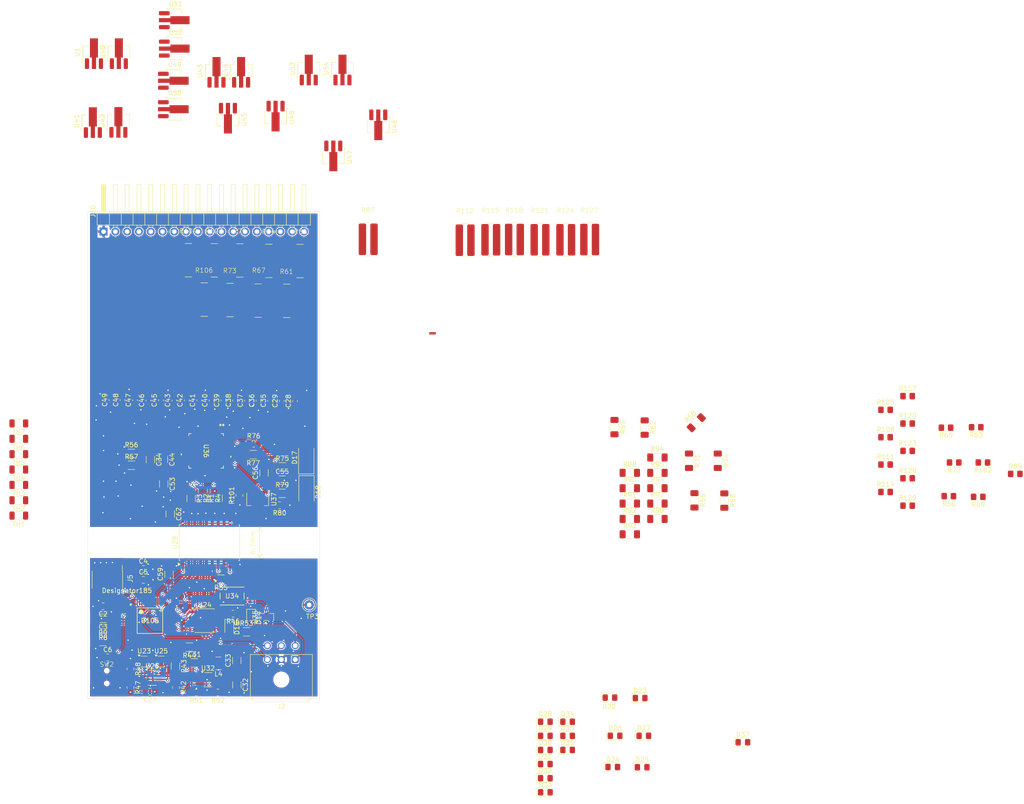
<source format=kicad_pcb>
(kicad_pcb (version 20241229) (generator "pcbnew") (generator_version "9.0")
  (layers (0 "F.Cu" signal) (2 "B.Cu" signal) (13 "F.Paste" user) (15 "B.Paste" user) (5 "F.SilkS" user "F.Silkscreen") (7 "B.SilkS" user "B.Silkscreen") (1 "F.Mask" user) (3 "B.Mask" user) (25 "Edge.Cuts" user))
  (net 0 "")
  (net 1 "Net-(U28-OUTB)")
  (net 2 "Net-(D14-K)")
  (net 3 "+3V3")
  (net 4 "/GLV+")
  (net 5 "Net-(U26-VCAP)")
  (net 6 "Net-(U36-VC5)")
  (net 7 "Net-(U23-S)")
  (net 8 "Net-(U23-G)")
  (net 9 "Net-(U32-BST)")
  (net 10 "Net-(U32-SW)")
  (net 11 "/HRLV interface/+5V")
  (net 12 "Net-(U36-SRN)")
  (net 13 "Net-(U36-SRP)")
  (net 14 "Net-(U36-VC16)")
  (net 15 "Net-(U36-VC15)")
  (net 16 "Net-(U36-VC14)")
  (net 17 "Net-(U36-VC13)")
  (net 18 "Net-(U36-VC12)")
  (net 19 "Net-(U36-VC11)")
  (net 20 "Net-(U36-VC9)")
  (net 21 "Net-(U36-VC10)")
  (net 22 "Net-(U36-VC7)")
  (net 23 "Net-(U36-VC8)")
  (net 24 "Net-(U36-VC6)")
  (net 25 "Net-(U36-VC3)")
  (net 26 "Net-(U36-VC4)")
  (net 27 "Net-(U36-VC2)")
  (net 28 "Net-(U36-VC1)")
  (net 29 "Net-(U36-VC0)")
  (net 30 "Net-(U36-REG18)")
  (net 31 "/BQ76952 16C/BAT")
  (net 32 "Net-(C56-Pad1)")
  (net 33 "Net-(D16-A)")
  (net 34 "/IL-")
  (net 35 "Net-(D17-K)")
  (net 36 "+BATT")
  (net 37 "Net-(D18-K)")
  (net 38 "/CAN+")
  (net 39 "/CAN-")
  (net 40 "/IL+")
  (net 41 "/BQ76952 16C/DCHG")
  (net 42 "/BQ76952 16C/ALERT")
  (net 43 "/BQ76952 16C/TS1")
  (net 44 "/BQ76952 16C/DDSG")
  (net 45 "/BQ76952 16C/DFETOFF")
  (net 46 "/BQ76952 16C/TS3")
  (net 47 "/BQ76952 16C/TS2")
  (net 48 "RST_N")
  (net 51 "PA19_SWDIO")
  (net 52 "PA20_SWCLK")
  (net 53 "/BQ76952 16C/CFETOFF")
  (net 54 "/BQ76952 16C/SCL")
  (net 55 "PA17_SPI1_SCK")
  (net 56 "/BQ76952 16C/HDQ")
  (net 57 "PA18_SPI1_MOSI")
  (net 58 "PA16_SPI1_MISO")
  (net 59 "/BQ76952 16C/SDA")
  (net 60 "/BQ76952 16C/RST_SHUT")
  (net 61 "Net-(U28-OUTC)")
  (net 62 "Net-(U26-OV)")
  (net 63 "Net-(R43-Pad1)")
  (net 64 "-BATT")
  (net 65 "GND")
  (net 66 "Net-(U24-STBY)")
  (net 67 "Net-(U26-EN{slash}UVLO)")
  (net 68 "Net-(U32-FB)")
  (net 69 "Net-(U35-VO)")
  (net 70 "/HRLV interface/IL enable")
  (net 71 "Net-(R55-Pad1)")
  (net 72 "PB17_BBQ_CS")
  (net 73 "/BQ76952 16C/15P")
  (net 74 "/BQ76952 16C/14P")
  (net 75 "/BQ76952 16C/13P")
  (net 76 "/BQ76952 16C/12P")
  (net 77 "/BQ76952 16C/11P")
  (net 78 "/BQ76952 16C/10P")
  (net 79 "/BQ76952 16C/9P")
  (net 80 "/BQ76952 16C/8P")
  (net 81 "/BQ76952 16C/7P")
  (net 82 "/BQ76952 16C/6P")
  (net 83 "/BQ76952 16C/5P")
  (net 84 "/BQ76952 16C/4P")
  (net 85 "/BQ76952 16C/3P")
  (net 86 "/BQ76952 16C/2P")
  (net 87 "/BQ76952 16C/1P")
  (net 88 "Net-(U36-PACK)")
  (net 89 "Net-(U36-LD)")
  (net 90 "Net-(U36-BREG)")
  (net 92 "/HRLV interface/CAN_RX")
  (net 93 "/HRLV interface/CAN_TX")
  (net 94 "/BQ76952 16C/FUSE")
  (net 95 "/BQ76952 16C/PCHG")
  (net 96 "/BQ76952 16C/PDSG")
  (net 97 "/BQ76952 16C/DSG")
  (net 98 "/BQ0_5v")
  (net 101 "/BQ76952 16C/CHG")
  (net 102 "Net-(U36-REGIN)")
  (net 103 "Net-(U105-VCORE)")
  (net 104 "Net-(U105-PA2_ROSC)")
  (net 137 "Net-(D22-K)")
  (net 138 "Net-(D23-K)")
  (net 139 "Net-(D24-K)")
  (net 140 "Net-(D25-K)")
  (net 141 "Net-(D26-K)")
  (net 142 "Net-(D27-K)")
  (net 143 "Net-(D28-K)")
  (net 144 "Net-(D29-K)")
  (net 145 "Net-(D30-K)")
  (net 146 "Net-(D31-K)")
  (net 147 "Net-(D32-K)")
  (net 148 "Net-(D33-K)")
  (net 149 "Net-(D34-K)")
  (net 150 "Net-(D35-K)")
  (net 151 "Net-(D36-K)")
  (net 152 "Net-(D37-K)")
  (net 153 "Net-(U40-C)")
  (net 154 "Net-(U41-C)")
  (net 155 "Net-(U42-C)")
  (net 156 "Net-(U43-C)")
  (net 157 "Net-(U44-C)")
  (net 158 "Net-(U1-C)")
  (net 159 "Net-(U54-C)")
  (net 160 "Net-(U45-C)")
  (net 161 "Net-(U46-C)")
  (net 162 "Net-(U47-C)")
  (net 163 "Net-(U48-C)")
  (net 164 "Net-(U49-C)")
  (net 165 "Net-(U50-C)")
  (net 166 "Net-(U51-C)")
  (net 167 "Net-(U52-C)")
  (net 168 "Net-(U53-C)")
  (net 170 "Net-(U28-OUTA)")
  (net 171 "Net-(U28-IND)")
  (net 172 "Net-(U28-V_{ISOIN})")
  (net 174 "/BQ0_3.3v")
  (net 175 "PA20_SWCLK_EN{slash}FLT")
  (net 176 "PA11_UART0-RX_XDS")
  (net 177 "PA10_UART0-TX_XDS")
  (footprint "Capacitor_SMD:C_0603_1608Metric_Pad1.08x0.95mm_HandSolder" (layer "F.Cu") (at 137 63.812499 90)
    (property "Reference" "C47")
    (property "Value" "100n")
  )
  (footprint "Resistor_SMD:R_0805_2012Metric_Pad1.20x1.40mm_HandSolder" (layer "F.Cu") (at 303.425 74.725)
    (property "Reference" "R123")
    (property "Value" "226")
  )
  (footprint "Resistor_SMD:R_1206_3216Metric_Pad1.30x1.75mm_HandSolder" (layer "F.Cu") (at 136.220001 77.817501)
    (property "Reference" "R57")
    (property "Value" "100")
  )
  (footprint "Package_TO_SOT_SMD:SOT-89-3_Handsoldering" (layer "F.Cu") (at 145.5375 1.1125)
    (property "Reference" "U50")
    (property "Value" "2PD2150-QX")
  )
  (footprint "Diode_SMD:D_SMA" (layer "F.Cu") (at 173.875 76.175001 90)
    (property "Reference" "D17")
    (property "Value" "ES1D")
  )
  (footprint "Capacitor_SMD:C_0603_1608Metric_Pad1.08x0.95mm_HandSolder" (layer "F.Cu") (at 153.475 63.862499 90)
    (property "Reference" "C40")
    (property "Value" "100n")
  )
  (footprint "Capacitor_SMD:C_0805_2012Metric_Pad1.18x1.45mm_HandSolder" (layer "F.Cu") (at 130.1 108.2 180)
    (property "Reference" "C2")
    (property "Value" "220n")
  )
  (footprint "Diode_SMD:D_0805_2012Metric_Pad1.15x1.40mm_HandSolder" (layer "F.Cu") (at 225.38 145.23)
    (property "Reference" "D32")
    (property "Value" "TS4148")
  )
  (footprint "Resistor_SMD:R_1206_3216Metric_Pad1.30x1.75mm_HandSolder" (layer "F.Cu") (at 240.275 69.6 -90)
    (property "Reference" "R59")
    (property "Value" "100")
  )
  (footprint "Resistor_SMD:R_1206_3216Metric_Pad1.30x1.75mm_HandSolder" (layer "F.Cu") (at 249.525 82.765)
    (property "Reference" "R96")
    (property "Value" "100")
  )
  (footprint "Resistor_SMD:R_1206_3216Metric_Pad1.30x1.75mm_HandSolder" (layer "F.Cu") (at 168.725 78.175)
    (property "Reference" "R75")
    (property "Value" "100")
  )
  (footprint "Resistor_SMD:R_0805_2012Metric_Pad1.20x1.40mm_HandSolder" (layer "F.Cu") (at 159.475 84.325 90)
    (property "Reference" "R101")
    (property "Value" "88.7k")
  )
  (footprint "zzLocalLibraries-Footprints:imperial wide resistor R_ 3264" (layer "F.Cu") (at 157.4 36.425)
    (property "Reference" "R73")
    (property "Value" "36")
  )
  (footprint "Resistor_SMD:R_1206_3216Metric_Pad1.30x1.75mm_HandSolder" (layer "F.Cu") (at 256.325 76.850001 -90)
    (property "Reference" "R71")
    (property "Value" "100")
  )
  (footprint "Diode_SMD:D_0805_2012Metric_Pad1.15x1.40mm_HandSolder" (layer "F.Cu") (at 246.2375 142.875)
    (property "Reference" "D25")
    (property "Value" "TS4148")
  )
  (footprint "Capacitor_SMD:C_1206_3216Metric_Pad1.33x1.80mm_HandSolder" (layer "F.Cu") (at 158.93 125.1375 -90)
    (property "Reference" "C32")
    (property "Value" "10u")
  )
  (footprint "Capacitor_SMD:C_1206_3216Metric_Pad1.33x1.80mm_HandSolder" (layer "F.Cu") (at 144.575 88.325 -90)
    (property "Reference" "C62")
    (property "Value" "1u")
  )
  (footprint "Capacitor_SMD:C_1206_3216Metric_Pad1.33x1.80mm_HandSolder" (layer "F.Cu") (at 164.775 79.475 90)
    (property "Reference" "C56")
    (property "Value" "1u")
  )
  (footprint "Package_TO_SOT_SMD:SOT-363_SC-70-6" (layer "F.Cu") (at 142.6 120.1)
    (property "Reference" "U25")
    (property "Value" "Si1450DH")
  )
  (footprint "Connector_PinHeader_1.27mm:PinHeader_2x05_P1.27mm_Vertical_SMD" (layer "F.Cu") (at 131.025 102.475 -90)
    (property "Reference" "J5")
    (property "Value" "Conn_02x05_Odd_Even")
  )
  (footprint "Package_TO_SOT_SMD:SOT-89-3_Handsoldering" (layer "F.Cu") (at 159.8375 -7.125 90)
    (property "Reference" "U44")
    (property "Value" "2PD2150-QX")
  )
  (footprint "Resistor_SMD:R_0805_2012Metric_Pad1.20x1.40mm_HandSolder" (layer "F.Cu") (at 162.55 73.165001)
    (property "Reference" "R76")
    (property "Value" "10k")
  )
  (footprint "Resistor_SMD:R_0805_2012Metric_Pad1.20x1.40mm_HandSolder" (layer "F.Cu") (at 303.425 86.525)
    (property "Reference" "R129")
    (property "Value" "226")
  )
  (footprint "Diode_SMD:D_0805_2012Metric_Pad1.15x1.40mm_HandSolder" (layer "F.Cu") (at 230.175 139.15)
    (property "Reference" "D36")
    (property "Value" "TS4148")
  )
  (footprint "Resistor_SMD:R_0805_2012Metric_Pad1.20x1.40mm_HandSolder" (layer "F.Cu") (at 326.625 79.675)
    (property "Reference" "R89")
    (property "Value" "226")
  )
  (footprint "Resistor_SMD:R_1206_3216Metric_Pad1.30x1.75mm_HandSolder" (layer "F.Cu") (at 136.225001 75.262501)
    (property "Reference" "R56")
    (property "Value" "100")
  )
  (footprint "Package_TO_SOT_SMD:TSOT-23-6_HandSoldering" (layer "F.Cu") (at 152.7 124)
    (property "Reference" "U32")
    (property "Value" "AP64060ZQ")
  )
  (footprint "zzLocalLibraries-Footprints:imperial wide resistor R_ 3264" (layer "F.Cu") (at 218.675 23.39)
    (property "Reference" "R118")
    (property "Value" "36")
  )
  (footprint "Diode_SMD:D_0805_2012Metric_Pad1.15x1.40mm_HandSolder" (layer "F.Cu") (at 225.38 133.07)
    (property "Reference" "D28")
    (property "Value" "TS4148")
  )
  (footprint "Diode_SMD:D_0805_2012Metric_Pad1.15x1.40mm_HandSolder" (layer "F.Cu") (at 230.175 133.07)
    (property "Reference" "D34")
    (property "Value" "TS4148")
  )
  (footprint "Capacitor_SMD:C_1206_3216Metric_Pad1.33x1.80mm_HandSolder" (layer "F.Cu") (at 143.1 76.5875 -90)
    (property "Reference" "C44")
    (property "Value" "100p")
  )
  (footprint "Resistor_SMD:R_1206_3216Metric_Pad1.30x1.75mm_HandSolder" (layer "F.Cu") (at 155.5 102.35 180)
    (property "Reference" "R55")
    (property "Value" "750")
  )
  (footprint "Resistor_SMD:R_1206_3216Metric_Pad1.30x1.75mm_HandSolder" (layer "F.Cu") (at 243.575 79.455)
    (property "Reference" "R88")
    (property "Value" "100")
  )
  (footprint "Resistor_SMD:R_1206_3216Metric_Pad1.30x1.75mm_HandSolder" (layer "F.Cu") (at 243.575 82.765)
    (property "Reference" "R90")
    (property "Value" "100")
  )
  (footprint "Resistor_SMD:R_1206_3216Metric_Pad1.30x1.75mm_HandSolder" (layer "F.Cu") (at 243.575 92.695)
    (property "Reference" "R93")
    (property "Value" "100")
  )
  (footprint "Capacitor_SMD:C_0603_1608Metric_Pad1.08x0.95mm_HandSolder" (layer "F.Cu") (at 166.075 63.912499 90)
    (property "Reference" "C35")
    (property "Value" "100n")
  )
  (footprint "Capacitor_SMD:C_1206_3216Metric_Pad1.33x1.80mm_HandSolder" (layer "F.Cu") (at 140.3 76.5875 -90)
    (property "Reference" "C34")
    (property "Value" "100n")
  )
  (footprint "Capacitor_SMD:C_1206_3216Metric_Pad1.33x1.80mm_HandSolder" (layer "F.Cu") (at 144.3 101.3 90)
    (property "Reference" "C59")
    (property "Value" "1u")
  )
  (footprint "Resistor_SMD:R_1206_3216Metric" (layer "F.Cu") (at 111.95 75.430002 180)
    (property "Reference" "TH5")
    (property "Value" "Thermistor")
  )
  (footprint "Resistor_SMD:R_1206_3216Metric_Pad1.30x1.75mm_HandSolder" (layer "F.Cu") (at 148.7 117 180)
    (property "Reference" "R44")
    (property "Value" "750")
  )
  (footprint "Diode_SMD:D_0805_2012Metric_Pad1.15x1.40mm_HandSolder" (layer "F.Cu") (at 225.38 148.27)
    (property "Reference" "D33")
    (property "Value" "TS4148")
  )
  (footprint "Resistor_SMD:R_0805_2012Metric_Pad1.20x1.40mm_HandSolder" (layer "F.Cu") (at 298.675 77.675)
    (property "Reference" "R111")
    (property "Value" "226")
  )
  (footprint "zzLocalLibraries-Footprints:imperial wide resistor R_ 3264" (layer "F.Cu") (at 234.875 23.395)
    (property "Reference" "R127")
    (property "Value" "36")
  )
  (footprint "Diode_SMD:D_0805_2012Metric_Pad1.15x1.40mm_HandSolder" (layer "F.Cu") (at 225.38 139.15)
    (property "Reference" "D30")
    (property "Value" "TS4148")
  )
  (footprint "Resistor_SMD:R_1206_3216Metric" (layer "F.Cu") (at 111.95 82.05 180)
    (property "Reference" "TH3")
    (property "Value" "Thermistor")
  )
  (footprint "Package_TO_SOT_SMD:SOT-363_SC-70-6" (layer "F.Cu") (at 138.95 120.1)
    (property "Reference" "U23")
    (property "Value" "Si1450DH")
  )
  (footprint "Connector_PinHeader_2.54mm:PinHeader_1x18_P2.54mm_Horizontal" (layer "F.Cu") (at 130.21 27.485 90)
    (property "Reference" "J10")
    (property "Value" "Conn_01x18_Pin")
  )
  (footprint "Resistor_SMD:R_0805_2012Metric_Pad1.20x1.40mm_HandSolder" (layer "F.Cu") (at 130.1 113.3 180)
    (property "Reference" "R8")
    (property "Value" "39k")
  )
  (footprint "Package_TO_SOT_SMD:SOT-89-3_Handsoldering" (layer "F.Cu") (at 145.7375 -11.9375)
    (property "Reference" "U52")
    (property "Value" "2PD2150-QX")
  )
  (footprint "Package_TO_SOT_SMD:SOT-89-3_Handsoldering" (layer "F.Cu") (at 133.4 3.65 90)
    (property "Reference" "U42")
    (property "Value" "2PD2150-QX")
  )
  (footprint "Resistor_SMD:R_1206_3216Metric_Pad1.30x1.75mm_HandSolder" (layer "F.Cu") (at 149.075 84.975 -90)
    (property "Reference" "R3")
    (property "Value" "150")
  )
  (footprint "Package_TO_SOT_SMD:SOT-89-3_Handsoldering" (layer "F.Cu") (at 145.7375 -18.0625)
    (property "Reference" "U51")
    (property "Value" "2PD2150-QX")
  )
  (footprint "zzLocalLibraries-Footprints:BQ76952_PFB48_TEX" (layer "F.Cu") (at 152.3 74.725 -90)
    (property "Reference" "U36")
    (property "Value" "PBQ76952PFBT")
  )
  (footprint "zzLocalLibraries-Footprints:PT0048A-IPC_B" (layer "F.Cu") (at 140.2 111.3)
    (property "Reference" "U105")
    (property "Value" "XM0G3507QPTRQ1")
  )
  (footprint "Resistor_SMD:R_0805_2012Metric_Pad1.20x1.40mm_HandSolder" (layer "F.Cu") (at 319.65 77.225 180)
    (property "Reference" "R102")
    (property "Value" "226")
  )
  (footprint "Capacitor_SMD:C_0805_2012Metric_Pad1.18x1.45mm_HandSolder" (layer "F.Cu") (at 138.7875 102.5)
    (property "Reference" "C5")
    (property "Value" "220n")
  )
  (footprint "Package_TO_SOT_SMD:SOT-89-3_Handsoldering" (layer "F.Cu") (at 154.5375 -7.125 90)
    (property "Reference" "U43")
    (property "Value" "2PD2150-QX")
  )
  (footprint "Capacitor_SMD:C_0805_2012Metric_Pad1.18x1.45mm_HandSolder" (layer "F.Cu") (at 131.1 119.2375)
    (property "Reference" "C6")
    (property "Value" "220n")
  )
  (footprint "Resistor_SMD:R_0805_2012Metric_Pad1.20x1.40mm_HandSolder" (layer "F.Cu") (at 168.125 86.45 180)
    (property "Reference" "R80")
    (property "Value" "10k")
  )
  (footprint "Package_TO_SOT_SMD:SOT-89-3_Handsoldering" (layer "F.Cu") (at 174.4125 -7.625 90)
    (property "Reference" "U53")
    (property "Value" "2PD2150-QX")
  )
  (footprint "Resistor_SMD:R_0805_2012Metric_Pad1.20x1.40mm_HandSolder" (layer "F.Cu") (at 298.675 65.875)
    (property "Reference" "R105")
    (property "Value" "226")
  )
  (footprint "Capacitor_SMD:C_0603_1608Metric_Pad1.08x0.95mm_HandSolder" (layer "F.Cu") (at 158.55 63.862499 90)
    (property "Reference" "C38")
    (property "Value" "100n")
  )
  (footprint "Diode_SMD:D_0805_2012Metric_Pad1.15x1.40mm_HandSolder" (layer "F.Cu") (at 239.3 127.875)
    (property "Reference" "D22")
    (property "Value" "TS4148")
  )
  (footprint "TestPoint:TestPoint_Loop_D2.50mm_Drill1.0mm_LowProfile" (layer "F.Cu") (at 174.5 107.9)
    (property "Reference" "TP3")
    (property "Value" "TestPoint")
  )
  (footprint "zzLocalLibraries-Footprints:imperial wide resistor R_ 3264" (layer "F.Cu") (at 224.175 23.445)
    (property "Reference" "R121")
    (property "Value" "36")
  )
  (footprint "Package_TO_SOT_SMD:SOT-89-3_Handsoldering" (layer "F.Cu") (at 179.7 11.475 -90)
    (property "Reference" "U47")
    (property "Value" "2PD2150-QX")
  )
  (footprint "zzLocalLibraries-Footprints:imperial wide resistor R_ 3264" (layer "F.Cu") (at 154 27.875)
    (property "Reference" "R103")
    (property "Value" "36")
  )
  (footprint "Resistor_SMD:R_1206_3216Metric_Pad1.30x1.75mm_HandSolder" (layer "F.Cu") (at 151.590001 84.95 -90)
    (property "Reference" "R1")
    (property "Value" "150")
  )
  (footprint "Capacitor_SMD:C_0603_1608Metric_Pad1.08x0.95mm_HandSolder" (layer "F.Cu") (at 134.275 63.762499 90)
    (property "Reference" "C48")
    (property "Value" "100n")
  )
  (footprint "Capacitor_SMD:C_0805_2012Metric_Pad1.18x1.45mm_HandSolder" (layer "F.Cu") (at 138.764338 100.166548)
    (property "Reference" "C4")
    (property "Value" "220n")
  )
  (footprint "Package_TO_SOT_SMD:SOT-89-3" (layer "F.Cu") (at 163.4125 85.150001 -90)
    (property "Reference" "U37")
    (property "Value" "FCX495")
  )
  (footprint "Resistor_SMD:R_1206_3216Metric_Pad1.30x1.75mm_HandSolder" (layer "F.Cu") (at 257.9 68.65 45)
    (property "Reference" "R58")
    (property "Value" "100")
  )
  (footprint "Resistor_SMD:R_1206_3216Metric" (layer "F.Cu") (at 111.95 85.360003 180)
    (property "Reference" "TH2")
    (property "Value" "Thermistor")
  )
  (footprint "LED_SMD:LED_0805_2012Metric_Pad1.15x1.40mm_HandSolder" (layer "F.Cu") (at 157.3 112.9 -90)
    (property "Reference" "D16")
    (property "Value" "red")
  )
  (footprint "Capacitor_SMD:C_1206_3216Metric_Pad1.33x1.80mm_HandSolder" (layer "F.Cu") (at 149.775 120.4)
    (property "Reference" "C31")
    (property "Value" "100n")
  )
  (footprint "zzLocalLibraries-Footprints:imperial wide resistor R_ 3264" (layer "F.Cu") (at 213.575 23.445)
    (property "Reference" "R115")
    (property "Value" "36")
  )
  (footprint "Resistor_SMD:R_1206_3216Metric" (layer "F.Cu") (at 111.95 72.120001 180)
    (property "Reference" "TH6")
    (property "Value" "Thermistor")
  )
  (footprint "Resistor_SMD:R_0805_2012Metric_Pad1.20x1.40mm_HandSolder" (layer "F.Cu") (at 145.8 125.7 -90)
    (property "Reference" "R42")
    (property "Value" "97.6k")
  )
  (footprint "Capacitor_SMD:C_0603_1608Metric_Pad1.08x0.95mm_HandSolder" (layer "F.Cu") (at 161.1 63.912499 90)
    (property "Reference" "C37")
    (property "Value" "100n")
  )
  (footprint "zzLocalLibraries-Footprints:imperial wide resistor R_ 3264" (layer "F.Cu") (at 208.0475 23.54)
    (property "Reference" "R112")
    (property "Value" "36")
  )
  (footprint "Capacitor_SMD:C_1206_3216Metric_Pad1.33x1.80mm_HandSolder" (layer "F.Cu") (at 143.175 81.8375 -90)
    (property "Reference" "C53")
    (property "Value" "10u")
  )
  (footprint "Diode_SMD:D_0805_2012Metric_Pad1.15x1.40mm_HandSolder" (layer "F.Cu") (at 267.9375 137.5)
    (property "Reference" "D37")
    (property "Value" "TS4148")
  )
  (footprint "Inductor_SMD:L_1210_3225Metric_Pad1.42x2.65mm_HandSolder" (layer "F.Cu") (at 154.9625 120.5 180)
    (property "Reference" "L4")
    (property "Value" "10u")
  )
  (footprint "Connector_Molex:Molex_Micro-Fit_3.0_43045-0600_2x03_P3.00mm_Horizontal" (layer "F.Cu") (at 171.5 119.68 180)
    (property "Reference" "J2")
    (property "Value" "HRLV")
  )
  (footprint "Resistor_SMD:R_0805_2012Metric_Pad1.20x1.40mm_HandSolder" (layer "F.Cu") (at 318.2 69.625 180)
    (property "Reference" "R63")
    (property "Value" "226")
  )
  (footprint "Resistor_SMD:R_0805_2012Metric_Pad1.20x1.40mm_HandSolder" (layer "F.Cu") (at 311.7 69.725 180)
    (property "Reference" "R60")
    (property "Value" "226")
  )
  (footprint "Package_SO:SOIC-20W_7.5x12.8mm_P1.27mm" (layer "F.Cu") (at 153 94.5 90)
    (property "Reference" "U28")
    (property "Value" "ISOW7741")
  )
  (footprint "Resistor_SMD:R_0805_2012Metric_Pad1.20x1.40mm_HandSolder" (layer "F.Cu") (at 136 121.7 -90)
    (property "Reference" "R48")
    (property "Value" "10k")
  )
  (footprint "Capacitor_SMD:C_0603_1608Metric_Pad1.08x0.95mm_HandSolder" (layer "F.Cu") (at 150.825 63.837499 90)
    (property "Reference" "C41")
    (property "Value" "100n")
  )
  (footprint "Capacitor_SMD:C_0603_1608Metric_Pad1.08x0.95mm_HandSolder" (layer "F.Cu") (at 145.45 63.862499 90)
    (property "Reference" "C43")
    (property "Value" "100n")
  )
  (footprint "Capacitor_SMD:C_1206_3216Metric_Pad1.33x1.80mm_HandSolder" (layer "F.Cu") (at 130.1 110.8 180)
    (property "Reference" "C3")
    (property "Value" "10u")
  )
  (footprint "Capacitor_SMD:C_1206_3216Metric_Pad1.33x1.80mm_HandSolder" (layer "F.Cu") (at 158.9 119.8875 90)
    (property "Reference" "C33")
    (property "Value" "10u")
  )
  (footprint "Resistor_SMD:R_1206_3216Metric_Pad1.30x1.75mm_HandSolder" (layer "F.Cu") (at 257.5 85.375 -90)
    (property "Reference" "R65")
    (property "Value" "100")
  )
  (footprint "Package_TO_SOT_SMD:SOT-89-3_Handsoldering" (layer "F.Cu") (at 181.675 -7.625 90)
    (property "Reference" "U54")
    (property "Value" "2PD2150-QX")
  )
  (footprint "zzLocalLibraries-Footprints:imperial wide resistor R_ 3264" (layer "F.Cu") (at 148.45 27.85)
    (property "Reference" "R109")
    (property "Value" "36")
  )
  (footprint "Resistor_SMD:R_1206_3216Metric_Pad1.30x1.75mm_HandSolder" (layer "F.Cu") (at 249.525 86.075)
    (property "Reference" "R97")
    (property "Value" "100")
  )
  (footprint "Diode_SMD:D_0805_2012Metric_Pad1.15x1.40mm_HandSolder" (layer "F.Cu") (at 162 110.7 -90)
    (property "Reference" "D14")
    (property "Value" "TS4148")
  )
  (footprint "Resistor_SMD:R_1206_3216Metric_Pad1.30x1.75mm_HandSolder" (layer "F.Cu") (at 162.45 75.525 180)
    (property "Reference" "R77")
    (property "Value" "4.99k")
  )
  (footprint "NetTie:NetTie-2_SMD_Pad0.5mm" (layer "F.Cu") (at 201.075 49.4 180)
    (property "Reference" "NT2" (hide yes))
    (property "Value" "NetTie_2" (hide yes))
  )
  (footprint "Package_SO:SOIC-8_3.9x4.9mm_P1.27mm" (layer "F.Cu") (at 152 111.3)
    (property "Reference" "U24")
    (property "Value" "MCP2542FDxMF")
  )
  (footprint "Capacitor_SMD:C_0603_1608Metric_Pad1.08x0.95mm_HandSolder" (layer "F.Cu") (at 139.85 63.862499 90)
    (property "Reference" "C46")
    (property "Value" "100n")
  )
  (footprint "Package_TO_SOT_SMD:SOT-89-3_Handsoldering" (layer "F.Cu") (at 157 3.35 -90)
    (property "Reference" "U45")
    (property "Value" "2PD2150-QX")
  )
  (footprint "Resistor_SMD:R_1206_3216Metric_Pad1.30x1.75mm_HandSolder" (layer "F.Cu") (at 161 113.7)
    (property "Reference" "R53")
    (property "Value" "750")
  )
  (footprint "Diode_SMD:D_0805_2012Metric_Pad1.15x1.40mm_HandSolder" (layer "F.Cu") (at 240.4 136.1)
    (property "Reference" "D26")
    (property "Value" "TS4148")
  )
  (footprint "Package_TO_SOT_SMD:SOT-89-3_Handsoldering" (layer "F.Cu") (at 127.9 3.7 90)
    (property "Reference" "U41")
    (property "Value" "2PD2150-QX")
  )
  (footprint "Resistor_SMD:R_0805_2012Metric_Pad1.20x1.40mm_HandSolder" (layer "F.Cu") (at 298.675 83.575)
    (property "Reference" "R114")
    (property "Value" "226")
  )
  (footprint "zzLocalLibraries-Footprints:imperial wide resistor R_ 3264" (layer "F.Cu") (at 229.725 23.445)
    (property "Reference" "R124")
    (property "Value" "36")
  )
  (footprint "Capacitor_SMD:C_0603_1608Metric_Pad1.08x0.95mm_HandSolder" (layer "F.Cu") (at 131.9 63.762499 90)
    (property "Reference" "C49")
    (property "Value" "100n")
  )
  (footprint "Resistor_SMD:R_0805_2012Metric_Pad1.20x1.40mm_HandSolder" (layer "F.Cu") (at 303.425 62.925)
    (property "Reference" "R117")
    (property "Value" "226")
  )
  (footprint "Resistor_SMD:R_1206_3216Metric_Pad1.30x1.75mm_HandSolder" (layer "F.Cu") (at 154.15 84.925 90)
    (property "Reference" "R2")
    (property "Value" "150")
  )
  (footprint "Resistor_SMD:R_1206_3216Metric" (layer "F.Cu") (at 111.95 88.670001 180)
    (property "Reference" "TH1")
    (property "Value" "Thermistor")
  )
  (footprint "Capacitor_SMD:C_0603_1608Metric_Pad1.08x0.95mm_HandSolder" (layer "F.Cu") (at 171.45 63.987499 90)
    (property "Reference" "C28")
    (property "Value" "100n")
  )
  (footprint "Resistor_SMD:R_0805_2012Metric_Pad1.20x1.40mm_HandSolder" (layer "F.Cu") (at 318.6375 84.625 180)
    (property "Reference" "R69")
    (property "Value" "226")
  )
  (footprint "Capacitor_SMD:C_1206_3216Metric_Pad1.33x1.80mm_HandSolder" (layer "F.Cu") (at 168.7 81.025001)
    (property "Reference" "C55")
    (property "Value" "1u")
  )
  (footprint "Resistor_SMD:R_1206_3216Metric_Pad1.30x1.75mm_HandSolder" (layer "F.Cu") (at 145.7 121.1 -90)
    (property "Reference" "R43")
    (property "Value" "4.99k")
  )
  (footprint "Resistor_SMD:R_0805_2012Metric_Pad1.20x1.40mm_HandSolder" (layer "F.Cu") (at 298.675 71.775)
    (property "Reference" "R108")
    (property "Value" "226")
  )
  (footprint "Resistor_SMD:R_0805_2012Metric_Pad1.20x1.40mm_HandSolder" (layer "F.Cu") (at 312.3 84.475 180)
    (property "Reference" "R66")
    (property "Value" "226")
  )
  (footprint "Resistor_SMD:R_1206_3216Metric_Pad1.30x1.75mm_HandSolder" (layer "F.Cu") (at 263.9375 85.425 -90)
    (property "Reference" "R68")
    (property "Value" "100")
  )
  (footprint "Resistor_SMD:R_1206_3216Metric_Pad1.30x1.75mm_HandSolder" (layer "F.Cu") (at 243.575 89.385)
    (property "Reference" "R92")
    (property "Value" "100")
  )
  (footprint "zzLocalLibraries-Footprints:imperial wide resistor R_ 3264" (layer "F.Cu") (at 159.525 27.9)
    (property "Reference" "R70")
    (property "Value" "36")
  )
  (footprint "Resistor_SMD:R_0805_2012Metric_Pad1.20x1.40mm_HandSolder" (layer "F.Cu") (at 154.85 126.775 180)
    (property "Reference" "R52")
    (property "Value" "10k")
  )
  (footprint "Resistor_SMD:R_0805_2012Metric_Pad1.20x1.40mm_HandSolder" (layer "F.Cu") (at 150.2 126.8 180)
    (property "Reference" "R51")
    (property "Value" "40.2k")
  )
  (footprint "Package_TO_SOT_SMD:SOT-89-3_Handsoldering" (layer "F.Cu") (at 189.3875 4.775 -90)
    (property "Reference" "U46")
    (property "Value" "2PD2150-QX")
  )
  (footprint "Resistor_SMD:R_0805_2012Metric_Pad1.20x1.40mm_HandSolder" (layer "F.Cu") (at 303.425 68.825)
    (property "Reference" "R120")
    (property "Value" "226")
  )
  (footprint "zzLocalLibraries-Footprints:imperial wide resistor R_ 3264" (layer "F.Cu") (at 169.625 36.6)
    (property "Reference" "R61")
    (property "Value" "36")
  )
  (footprint "Package_TO_SOT_SMD:SOT-23" (layer "F.Cu") (at 165.3 110.5 90)
    (property "Reference" "U35")
    (property "Value" "AP7381-33SA-7")
  )
  (footprint "Diode_SMD:D_0805_2012Metric_Pad1.15x1.40mm_HandSolder" (layer "F.Cu") (at 245.8 127.975)
    (property "Reference" "D23")
    (property "Value" "TS4148")
  )
  (footprint "Package_TO_SOT_SMD:SOT-89-3_Handsoldering" (layer "F.Cu") (at 167.2625 2.9 -90)
    (property "Reference" "U48")
    (property "Value" "2PD2150-QX")
  )
  (footprint "Resistor_SMD:R_0805_2012Metric_Pad1.20x1.40mm_HandSolder" (layer "F.Cu") (at 158.1 109.8 180)
    (property "Reference" "R46")
    (property "Value" "40.2k")
  )
  (footprint "Diode_SMD:D_0805_2012Metric_Pad1.15x1.40mm_HandSolder" (layer "F.Cu") (at 225.38 142.19)
    (property "Reference" "D31")
    (property "Value" "TS4148")
  )
  (footprint "zzLocalLibraries-Footprints:imperial wide resistor R_ 3264" (layer "F.Cu") (at 172.475 28.025)
    (property "Reference" "R86")
    (property "Value" "36")
  )
  (footprint "Capacitor_SMD:C_0603_1608Metric_Pad1.08x0.95mm_HandSolder" (layer "F.Cu") (at 156.025 63.862499 90)
    (property "Reference" "C39")
    (property "Value" "100n")
  )
  (footprint "Resistor_SMD:R_1206_3216Metric_Pad1.30x1.75mm_HandSolder" (layer "F.Cu") (at 249.525 76.145)
    (property "Reference" "R94")
    (property "Value" "100")
  )
  (footprint "Resistor_SMD:R_0805_2012Metric_Pad1.20x1.40mm_HandSolder" (layer "F.Cu") (at 313.45 77.225 180)
    (property "Reference" "R72")
    (property "Value" "226")
  )
  (footprint "Resistor_SMD:R_1206_3216Metric_Pad1.30x1.75mm_HandSolder" (layer "F.Cu") (at 249.525 79.455)
    (property "Reference" "R95")
    (property "Value" "100")
  )
  (footprint "Resistor_SMD:R_1206_3216Metric_Pad1.30x1.75mm_HandSolder" (layer "F.Cu") (at 168.7 83.875)
    (property "Reference" "R79")
    (property "Value" "100")
  )
  (footprint "Capacitor_SMD:C_0603_1608Metric_Pad1.08x0.95mm_HandSolder" (layer "F.Cu") (at 142.575 63.837499 90)
    (property "Reference" "C45")
    (property "Value" "100n")
  )
  (footprint "Diode_SMD:D_0805_2012Metric_Pad1.15x1.40mm_HandSolder" (layer "F.Cu") (at 225.38 136.11)
    (property "Reference" "D29")
    (property "Value" "TS4148")
  )
  (footprint "Resistor_SMD:R_1206_3216Metric_Pad1.30x1.75mm_HandSolder" (layer "F.Cu") (at 156.7 84.925 90)
    (property "Reference" "R4")
    (property "Value" "150")
  )
  (footprint "Resistor_SMD:R_0805_2012Metric_Pad1.20x1.40mm_HandSolder" (layer "F.Cu") (at 303.425 80.625)
    (property "Reference" "R126")
    (property "Value" "226")
  )
  (footprint "zzLocalLibraries-Footprints:imperial wide resistor R_ 3264" (layer "F.Cu") (at 165.775 28)
    (property "Reference" "R64")
    (property "Value" "36")
  )
  (footprint "Diode_SMD:D_0805_2012Metric_Pad1.15x1.40mm_HandSolder" (layer "F.Cu") (at 239.9 142.825)
    (property "Reference" "D24")
    (property "Value" "TS4148")
  )
  (footprint "Resistor_SMD:R_1206_3216Metric_Pad1.30x1.75mm_HandSolder" (layer "F.Cu") (at 243.575 86.075)
    (property "Reference" "R91")
    (property "Value" "100")
  )
  (footprint "Package_TO_SOT_SMD:SOT-23-8_Handsoldering" (layer "F.Cu") (at 140.7 123.6)
    (property "Reference" "U26")
    (property "Value" "LM74502")
  )
  (footprint "Diode_SMD:D_0805_2012Metric_Pad1.15x1.40mm_HandSolder" (layer "F.Cu") (at 230.175 136.11)
    (property "Reference" "D35")
    (property "Value" "TS4148")
  )
  (footprint "Capacitor_SMD:C_0603_1608Metric_Pad1.08x0.95mm_HandSolder" (layer "F.Cu") (at 168.6 63.962499 90)
    (property "Reference" "C29")
    (property "Value" "100n")
  )
  (footprint "Resistor_SMD:R_1206_3216Metric_Pad1.30x1.75mm_HandSolder" (layer "F.Cu") (at 130.063603 115.774875)
    (property "Reference" "R9")
    (property "Value" "100k")
  )
  (footprint "Capacitor_SMD:C_0805_2012Metric_Pad1.18x1.45mm_HandSolder" (layer "F.Cu") (at 140.2 126.6 180)
    (property "Reference" "C27")
    (property "Value" "220n")
  )
  (footprint "Package_TO_SOT_SMD:SOT-89-3_Handsoldering" (layer "F.Cu") (at 128.1375 -11.15 90)
    (property "Reference" "U1")
    (property "Value" "2PD2150-QX")
  )
  (footprint "Resistor_SMD:R_1206_3216Metric_Pad1.30x1.75mm_HandSolder" (layer "F.Cu") (at 249.525 89.385)
    (property "Reference" "R98")
    (property "Value" "100")
  )
  (footprint "Resistor_SMD:R_0805_2012Metric_Pad1.20x1.40mm_HandSolder" (layer "F.Cu") (at 136 125.7 -90)
    (property "Reference" "R47")
    (property "Value" "97.6k")
  )
  (footprint "zzLocalLibraries-Footprints:SOIC4_DFG_TEX-M" (layer "F.Cu") (at 157.9 106)
    (property "Reference" "U34")
    (property "Value" "ISOM8600DFGR")
  )
  (footprint "Diode_SMD:D_0805_2012Metric_Pad1.15x1.40mm_HandSolder" (layer "F.Cu") (at 246.6 136.1)
    (property "Reference" "D27")
    (property "Value" "TS4148")
  )
  (footprint "Resistor_SMD:R_1206_3216Metric_Pad1.30x1.75mm_HandSolder" (layer "F.Cu") (at 246.775 69.7 -90)
    (property "Reference" "R62")
    (property "Value" "100")
  )
  (footprint "Package_TO_SOT_SMD:SOT-89-3_Handsoldering" (layer "F.Cu") (at 133.5 -11.15 90)
    (property "Reference" "U40")
    (property "Value" "2PD2150-QX")
  )
  (footprint "zzLocalLibraries-Footprints:imperial wide resistor R_ 3264" (layer "F.Cu") (at 163.45 36.55)
    (property "Reference" "R67")
    (property "Value" "36")
  )
  (footprint "zzLocalLibraries-Footprints:imperial wide resistor R_ 3264" (layer "F.Cu") (at 151.85 36.325)
    (property "Reference" "R106")
    (property "Value" "36")
  )
  (footprint "Resistor_SMD:R_1206_3216Metric" (layer "F.Cu") (at 111.95 68.810001 180)
    (property "Reference" "TH7")
    (property "Value" "Thermistor")
  )
  (footprint "Diode_SMD:D_SMA" (layer "F.Cu") (at 173.925 83.575001 -90)
    (property "Reference" "D18")
    (property "Value" "ES1D")
  )
  (footprint "Capacitor_SMD:C_0603_1608Metric_Pad1.08x0.95mm_HandSolder" (layer "F.Cu") (at 163.575 63.887499 90)
    (property "Reference" "C36")
    (property "Value" "100n")
  )
  (footprint "Resistor_SMD:R_1206_3216Metric_Pad1.30x1.75mm_HandSolder" (layer "F.Cu") (at 262.525 76.850001 -90)
    (property "Reference" "R74")
    (property "Value" "100")
  )
  (footprint "Capacitor_SMD:C_0603_1608Metric_Pad1.08x0.95mm_HandSolder" (layer "F.Cu") (at 148.125 63.837499 90)
    (property "Reference" "C42")
    (property "Value" "100n")
  )
  (footprint "Resistor_SMD:R_1206_3216Metric" (layer "F.Cu") (at 111.95 78.740001 180)
    (property "Reference" "TH4")
    (property "Value" "Thermistor")
  )
  (footprint "Package_TO_SOT_SMD:SOT-89-3_Handsoldering" (layer "F.Cu") (at 145.5375 -5.0125)
    (property "Reference" "U49")
    (property "Value" "2PD2150-QX")
  )
  (footprint "zzLocalLibraries-Footprints:imperial wide resistor R_ 3264" (layer "F.Cu") (at 187.175 23.34)
    (property "Reference" "R87")
    (property "Value" "36")
  )
  (footprint "zzLocalLibraries-Footprints:wurth elektronik 4.7x3.5mm side push button" (layer "F.Cu") (at 130.9 121.5)
    (property "Reference" "SW2")
    (property "Value" "SW_Push")
  )
  (gr_rect (start 126.8 23.1) (end 176.8 128.1) (stroke (width 0.05)) (fill no) (layer "Edge.Cuts"))
  (dimension (type orthogonal) (layer "F.SilkS") (pts (xy 163.3 97.85) (xy 163.3 91.15)) (height 0.55) (orientation 1) (format (prefix "") (suffix "mm") (units 3) (units_format 0) (precision 4) (suppress_zeroes yes)) (style (thickness 0.1) (arrow_length 1.27) (text_position_mode 2) (arrow_direction outward) (extension_height 0.58642) (extension_offset 0.5) (keep_text_aligned yes)) (gr_text "6.7mm" (at 162.35 94.5 90) (layer "F.SilkS") (effects (font (size 1 1) (thickness 0.1)))))
  (segment (start 149.825 88.15) (end 149.825 89.849999) (width 0.3) (layer "F.Cu") (net 1))
  (segment (start 151.474999 86.500001) (end 149.825 88.15) (width 0.3) (layer "F.Cu") (net 1))
  (segment (start 151.590001 86.500001) (end 151.474999 86.500001) (width 0.3) (layer "F.Cu") (net 1))
  (segment (start 163.750001 109.675001) (end 164.35 110.275) (width 0.3) (layer "F.Cu") (net 2))
  (segment (start 162.7 108.675001) (end 161.7 109.675001) (width 0.3) (layer "F.Cu") (net 2))
  (segment (start 162 109.675001) (end 163.750001 109.675001) (width 0.3) (layer "F.Cu") (net 2))
  (segment (start 164.35 110.275) (end 164.35 111.4375) (width 0.3) (layer "F.Cu") (net 2))
  (segment (start 162.7 105.1) (end 162.7 108.675001) (width 0.3) (layer "F.Cu") (net 2))
  (segment (start 162.33 104.73) (end 162.7 105.1) (width 0.3) (layer "F.Cu") (net 2))
  (segment (start 161.2147 104.73) (end 162.33 104.73) (width 0.3) (layer "F.Cu") (net 2))
  (segment (start 154.9 99.155) (end 154.905 99.15) (width 0.3) (layer "F.Cu") (net 3))
  (segment (start 138.95 111.05) (end 139 111.1) (width 0.3) (layer "F.Cu") (net 3))
  (segment (start 134.229346 111.05) (end 133.2 110.020654) (width 0.3) (layer "F.Cu") (net 3))
  (segment (start 136.074517 111.05) (end 138.95 111.05) (width 0.3) (layer "F.Cu") (net 3))
  (segment (start 157.4 99.105) (end 157.445 99.15) (width 0.3) (layer "F.Cu") (net 3))
  (segment (start 157.45 100.8) (end 157.45 99.155) (width 0.3) (layer "F.Cu") (net 3))
  (segment (start 147.3 99.165) (end 147.285 99.15) (width 0.3) (layer "F.Cu") (net 3))
  (segment (start 131.1375 108.2) (end 131 108.3375) (width 0.3) (layer "F.Cu") (net 3))
  (segment (start 137.75 111.05) (end 139.4 109.4) (width 0.3) (layer "F.Cu") (net 3))
  (segment (start 140 108.8) (end 142.6 108.8) (width 0.3) (layer "F.Cu") (net 3))
  (segment (start 136.074517 111.05) (end 134.229346 111.05) (width 0.3) (layer "F.Cu") (net 3))
  (segment (start 133.2 110.020654) (end 133.2 110) (width 0.3) (layer "F.Cu") (net 3))
  (segment (start 131.6625 110.275) (end 131.1375 110.8) (width 0.3) (layer "F.Cu") (net 3))
  (segment (start 147.285 99.15) (end 146.51 98.375) (width 0.3) (layer "F.Cu") (net 3))
  (segment (start 131 110.1375) (end 131.6625 110.8) (width 0.3) (layer "F.Cu") (net 3))
  (segment (start 132.9 109) (end 132.1 108.2) (width 0.3) (layer "F.Cu") (net 3))
  (segment (start 131.6625 110.8) (end 131.6625 112.1375) (width 0.3) (layer "F.Cu") (net 3))
  (segment (start 131.3 113.1) (end 131.1 113.3) (width 0.3) (layer "F.Cu") (net 3))
  (segment (start 132.9 109.7) (end 132.9 109) (width 0.3) (layer "F.Cu") (net 3))
  (segment (start 134.525 98.375) (end 133.565 99.335) (width 0.3) (layer "F.Cu") (net 3))
  (segment (start 133.565 99.335) (end 133.565 100.525) (width 0.3) (layer "F.Cu") (net 3))
  (segment (start 132.1 108.2) (end 131.1375 108.2) (width 0.3) (layer "F.Cu") (net 3))
  (segment (start 144.275 102.5875) (end 144.275 107.075) (width 0.3) (layer "F.Cu") (net 3))
  (segment (start 139.4 109.4) (end 140 108.8) (width 0.3) (layer "F.Cu") (net 3))
  (segment (start 157.45 99.155) (end 157.445 99.15) (width 0.3) (layer "F.Cu") (net 3))
  (segment (start 154.9 100.6) (end 154.9 99.155) (width 0.3) (layer "F.Cu") (net 3))
  (segment (start 136.074517 111.05) (end 137.75 111.05) (width 0.3) (layer "F.Cu") (net 3))
  (segment (start 131.6625 112.1375) (end 131.3 112.5) (width 0.3) (layer "F.Cu") (net 3))
  (segment (start 147.3 100.725) (end 147.3 99.165) (width 0.3) (layer "F.Cu") (net 3))
  (segment (start 131 108.3375) (end 131 110.1375) (width 0.3) (layer "F.Cu") (net 3))
  (segment (start 146.51 98.375) (end 134.525 98.375) (width 0.3) (layer "F.Cu") (net 3))
  (segment (start 131.3 112.5) (end 131.3 113.1) (width 0.3) (layer "F.Cu") (net 3))
  (segment (start 133.2 110) (end 132.9 109.7) (width 0.3) (layer "F.Cu") (net 3))
  (via (at 142.6 108.8) (size 0.6) (drill 0.3) (layers "F.Cu" "B.Cu") (net 3))
  (via (at 147.3 100.725) (size 0.6) (drill 0.3) (layers "F.Cu" "B.Cu") (net 3))
  (via (at 154.5 113.3) (size 0.6) (drill 0.3) (layers "F.Cu" "B.Cu") (net 3))
  (via (at 144.275 107.075) (size 0.6) (drill 0.3) (layers "F.Cu" "B.Cu") (net 3))
  (via (at 154.9 100.6) (size 0.6) (drill 0.25) (layers "F.Cu" "B.Cu") (net 3))
  (via (at 139 111.1) (size 0.6) (drill 0.3) (layers "F.Cu" "B.Cu") (net 3))
  (via (at 157.45 100.8) (size 0.6) (drill 0.25) (layers "F.Cu" "B.Cu") (net 3))
  (segment (start 148.5 114.9) (end 152.9 114.9) (width 0.3) (layer "B.Cu") (net 3))
  (segment (start 147.3 100.725) (end 147.25 100.775) (width 0.3) (layer "B.Cu") (net 3))
  (segment (start 154.9 98.75) (end 154.9 100.6) (width 0.3) (layer "B.Cu") (net 3))
  (segment (start 141.775 107.975) (end 142.6 108.8) (width 0.3) (layer "B.Cu") (net 3))
  (segment (start 147.25 100.775) (end 146.275 100.775) (width 0.3) (layer "B.Cu") (net 3))
  (segment (start 142.7 113.9) (end 140.7 113.9) (width 0.3) (layer "B.Cu") (net 3))
  (segment (start 157.45 100.8) (end 157.45 100.05) (width 0.3) (layer "B.Cu") (net 3))
  (segment (start 144.275 107.075) (end 144.275 107.125) (width 0.2) (layer "B.Cu") (net 3))
  (segment (start 152.9 114.9) (end 154.5 113.3) (width 0.3) (layer "B.Cu") (net 3))
  (segment (start 147.3 99.5) (end 148.05 98.75) (width 0.3) (layer "B.Cu") (net 3))
  (segment (start 156.15 98.75) (end 154.9 98.75) (width 0.3) (layer "B.Cu") (net 3))
  (segment (start 140.7 113.9) (end 139 112.2) (width 0.3) (layer "B.Cu") (net 3))
  (segment (start 139 112.2) (end 139 111.1) (width 0.3) (layer "B.Cu") (net 3))
  (segment (start 143.7 114.9) (end 142.7 113.9) (width 0.3) (layer "B.Cu") (net 3))
  (segment (start 147.3 100.725) (end 147.3 99.5) (width 0.3) (layer "B.Cu") (net 3))
  (segment (start 146.275 100.775) (end 141.775 105.275) (width 0.3) (layer "B.Cu") (net 3))
  (segment (start 144.275 107.125) (end 142.6 108.8) (width 0.2) (layer "B.Cu") (net 3))
  (segment (start 157.45 100.05) (end 156.15 98.75) (width 0.3) (layer "B.Cu") (net 3))
  (segment (start 148.5 114.9) (end 143.7 114.9) (width 0.3) (layer "B.Cu") (net 3))
  (segment (start 148.05 98.75) (end 154.9 98.75) (width 0.3) (layer "B.Cu") (net 3))
  (segment (start 141.775 105.275) (end 141.775 107.975) (width 0.3) (layer "B.Cu") (net 3))
  (segment (start 142.05 124.58) (end 141.270001 124.58) (width 0.3) (layer "F.Cu") (net 4))
  (segment (start 154.41 124) (end 154.41 124.95) (width 0.3) (layer "F.Cu") (net 4))
  (segment (start 167 122.15) (end 163.9 125.25) (width 0.3) (layer "F.Cu") (net 4))
  (segment (start 163.9 125.25) (end 157.75 125.25) (width 0.3) (layer "F.Cu") (net 4))
  (segment (start 168.5 116.68) (end 167 118.18) (width 0.3) (layer "F.Cu") (net 4))
  (segment (start 141.270001 124.58) (end 140.8 124.109999) (width 0.3) (layer "F.Cu") (net 4))
  (segment (start 141.2375 125.3925) (end 142.05 124.58) (width 0.3) (layer "F.Cu") (net 4))
  (segment (start 143.45 119.8) (end 138.05 119.8) (width 1) (layer "F.Cu") (net 4))
  (segment (start 140.8 124.109999) (end 140.8 120.1) (width 0.3) (layer "F.Cu") (net 4))
  (segment (start 167 118.18) (end 167 122.15) (width 0.3) (layer "F.Cu") (net 4))
  (segment (start 154.41 124.95) (end 152.95 124.95) (width 0.3) (layer "F.Cu") (net 4))
  (segment (start 147.2 126.7) (end 145.8 126.7) (width 0.3) (layer "F.Cu") (net 4))
  (segment (start 141.2375 126.6) (end 141.2375 125.3925) (width 0.3) (layer "F.Cu") (net 4))
  (segment (start 144.17 126.7) (end 142.05 124.58) (width 0.3) (layer "F.Cu") (net 4))
  (segment (start 156.5 124) (end 154.41 124) (width 0.3) (layer "F.Cu") (net 4))
  (segment (start 141.1375 126.7) (end 141.2375 126.6) (width 0.3) (layer "F.Cu") (net 4))
  (segment (start 157.75 125.25) (end 156.5 124) (width 0.3) (layer "F.Cu") (net 4))
  (segment (start 145.8 126.7) (end 144.17 126.7) (width 0.3) (layer "F.Cu") (net 4))
  (via (at 152.95 124.95) (size 0.6) (drill 0.3) (layers "F.Cu" "B.Cu") (net 4))
  (via (at 141.2375 126.6) (size 0.6) (drill 0.3) (layers "F.Cu" "B.Cu") (net 4))
  (via (at 147.2 126.7) (size 0.6) (drill 0.3) (layers "F.Cu" "B.Cu") (net 4))
  (via (at 136 126.7) (size 0.6) (drill 0.3) (layers "F.Cu" "B.Cu") (net 4))
  (segment (start 136 126.7) (end 141.1375 126.7) (width 0.3) (layer "B.Cu") (net 4))
  (segment (start 148.95 124.95) (end 147.2 126.7) (width 0.3) (layer "B.Cu") (net 4))
  (segment (start 141.1375 126.7) (end 141.2375 126.6) (width 0.3) (layer "B.Cu") (net 4))
  (segment (start 152.95 124.95) (end 148.95 124.95) (width 0.3) (layer "B.Cu") (net 4))
  (segment (start 139.1625 126.6) (end 139.1625 124.7675) (width 0.3) (layer "F.Cu") (net 5))
  (segment (start 139.1625 124.7675) (end 139.35 124.58) (width 0.3) (layer "F.Cu") (net 5))
  (segment (start 150.049999 70.45145) (end 150.049999 69.530299) (width 0.2) (layer "F.Cu") (net 6))
  (segment (start 142.575 64.7) (end 143.749998 64.7) (width 0.2) (layer "F.Cu") (net 6))
  (segment (start 150.049999 69.530299) (end 149.407199 68.887499) (width 0.2) (layer "F.Cu") (net 6))
  (segment (start 142.575 65.3) (end 142.575 64.7) (width 0.2) (layer "F.Cu") (net 6))
  (segment (start 143.749998 64.7) (end 145.45 62.999998) (width 0.2) (layer "F.Cu") (net 6))
  (segment (start 149.407199 68.887499) (end 146.162499 68.887499) (width 0.2) (layer "F.Cu") (net 6))
  (segment (start 146.162499 68.887499) (end 142.575 65.3) (width 0.2) (layer "F.Cu") (net 6))
  (segment (start 143.55 122.075) (end 143.55 120.75) (width 0.3) (layer "F.Cu") (net 7))
  (segment (start 142.05 122.5) (end 143.125 122.5) (width 0.3) (layer "F.Cu") (net 7))
  (segment (start 143.125 122.5) (end 143.55 122.075) (width 0.3) (layer "F.Cu") (net 7))
  (segment (start 142.05 122.62) (end 142.05 122.5) (width 0.3) (layer "F.Cu") (net 7))
  (via (at 139.9 120.95) (size 0.6) (drill 0.3) (layers "F.Cu" "B.Cu") (net 7))
  (via (at 142.05 122.5) (size 0.6) (drill 0.3) (layers "F.Cu" "B.Cu") (net 7))
  (segment (start 141 122.5) (end 142.05 122.5) (width 0.3) (layer "B.Cu") (net 7))
  (segment (start 139.9 120.95) (end 139.9 121.4) (width 0.3) (layer "B.Cu") (net 7))
  (segment (start 139.9 121.4) (end 141 122.5) (width 0.3) (layer "B.Cu") (net 7))
  (segment (start 141.65 120.75) (end 141.65 120.85) (width 0.3) (layer "F.Cu") (net 8))
  (segment (start 143.89 123.93) (end 142.05 123.93) (width 0.3) (layer "F.Cu") (net 8))
  (segment (start 138.25 121.85) (end 138.25 121) (width 0.3) (layer "F.Cu") (net 8))
  (segment (start 138.25 121) (end 138 120.75) (width 0.3) (layer "F.Cu") (net 8))
  (segment (start 144 124.04) (end 143.89 123.93) (width 0.3) (layer "F.Cu") (net 8))
  (segment (start 144 124.2) (end 144 124.04) (width 0.3) (layer "F.Cu") (net 8))
  (segment (start 141.65 120.85) (end 141.7 120.9) (width 0.3) (layer "F.Cu") (net 8))
  (via (at 138.25 121.85) (size 0.6) (drill 0.3) (layers "F.Cu" "B.Cu") (net 8))
  (via (at 141.7 120.9) (size 0.6) (drill 0.3) (layers "F.Cu" "B.Cu") (net 8))
  (via (at 144 124.2) (size 0.6) (drill 0.3) (layers "F.Cu" "B.Cu") (net 8))
  (segment (start 143.4 120.9) (end 144 121.5) (width 0.3) (layer "B.Cu") (net 8))
  (segment (start 138.25 121.85) (end 138.25 122.1) (width 0.3) (layer "B.Cu") (net 8))
  (segment (start 144 124.2) (end 144 123.2) (width 0.3) (layer "B.Cu") (net 8))
  (segment (start 141.7 120.9) (end 143.4 120.9) (width 0.3) (layer "B.Cu") (net 8))
  (segment (start 144 121.5) (end 144 123.2) (width 0.3) (layer "B.Cu") (net 8))
  (segment (start 138.25 122.1) (end 140.05 123.9) (width 0.3) (layer "B.Cu") (net 8))
  (segment (start 143.7 123.9) (end 144 124.2) (width 0.3) (layer "B.Cu") (net 8))
  (segment (start 140.05 123.9) (end 143.7 123.9) (width 0.3) (layer "B.Cu") (net 8))
  (segment (start 150.99 122.69) (end 150.99 123.05) (width 0.2) (layer "F.Cu") (net 9))
  (segment (start 150.2 121.9) (end 150.99 122.69) (width 0.2) (layer "F.Cu") (net 9))
  (segment (start 148.2125 121.85) (end 148.2125 120.4) (width 0.2) (layer "F.Cu") (net 9))
  (via (at 150.2 121.9) (size 0.6) (drill 0.3) (layers "F.Cu" "B.Cu") (net 9))
  (via (at 148.2125 121.85) (size 0.6) (drill 0.3) (layers "F.Cu" "B.Cu") (net 9))
  (segment (start 148.2125 121.85) (end 150.15 121.85) (width 0.2) (layer "B.Cu") (net 9))
  (segment (start 150.15 121.85) (end 150.2 121.9) (width 0.2) (layer "B.Cu") (net 9))
  (segment (start 154.41 123.05) (end 153.475 122.115) (width 0.2) (layer "F.Cu") (net 10))
  (segment (start 153.475 122.115) (end 153.475 120.5) (width 0.2) (layer "F.Cu") (net 10))
  (segment (start 153.475 120.5) (end 151.4375 120.5) (width 0.2) (layer "F.Cu") (net 10))
  (segment (start 151.4375 120.5) (end 151.3375 120.4) (width 0.2) (layer "F.Cu") (net 10))
  (segment (start 153.4 116.2) (end 153.4 116.4) (width 0.3) (layer "F.Cu") (net 11))
  (segment (start 150.435 111.935) (end 151.2 112.7) (width 0.3) (layer "F.Cu") (net 11))
  (segment (start 151.2 114) (end 153.4 116.2) (width 0.3) (layer "F.Cu") (net 11))
  (segment (start 151.2 118.6) (end 150.0875 118.6) (width 0.3) (layer "F.Cu") (net 11))
  (segment (start 153.4 116.2) (end 156.45 119.25) (width 0.3) (layer "F.Cu") (net 11))
  (segment (start 156.45 120.5) (end 157.4 121.45) (width 0.3) (layer "F.Cu") (net 11))
  (segment (start 156.45 119.25) (end 156.45 120.5) (width 0.3) (layer "F.Cu") (net 11))
  (segment (start 149.5 119.1875) (end 149.5 124.1) (width 0.3) (layer "F.Cu") (net 11))
  (segment (start 157.4 121.45) (end 158.9 121.45) (width 0.3) (layer "F.Cu") (net 11))
  (segment (start 158.9 121.45) (end 158.9 123.545) (width 0.3) (layer "F.Cu") (net 11))
  (segment (start 153.4 116.4) (end 151.2 118.6) (width 0.3) (layer "F.Cu") (net 11))
  (segment (start 149.525 111.935) (end 150.435 111.935) (width 0.3) (layer "F.Cu") (net 11))
  (segment (start 149.5 124.1) (end 149.2 124.4) (width 0.3) (layer "F.Cu") (net 11))
  (segment (start 158.9 123.545) (end 158.93 123.575) (width 0.3) (layer "F.Cu") (net 11))
  (segment (start 149.2 124.4) (end 149.2 126.8) (width 0.3) (layer "F.Cu") (net 11))
  (segment (start 151.2 112.7) (end 151.2 114) (width 0.3) (layer "F.Cu") (net 11))
  (segment (start 150.0875 118.6) (end 149.5 119.1875) (width 0.3) (layer "F.Cu") (net 11))
  (segment (start 143.1 78.150001) (end 140.3 78.150001) (width 0.2) (layer "F.Cu") (net 12))
  (segment (start 144.3625 78.15) (end 147.037499 75.475001) (width 0.2) (layer "F.Cu") (net 12))
  (segment (start 138.102503 78.150003) (end 137.770003 77.817503) (width 0.2) (layer "F.Cu") (net 12))
  (segment (start 140.3 78.150001) (end 138.102503 78.150003) (width 0.2) (layer "F.Cu") (net 12))
  (segment (start 147.037499 75.475001) (end 148.02645 75.475001) (width 0.2) (layer "F.Cu") (net 12))
  (segment (start 143.1 78.15) (end 144.3625 78.15) (width 0.2) (layer "F.Cu") (net 12))
  (segment (start 145.25 75.025) (end 143.1 75.025) (width 0.2) (layer "F.Cu") (net 13))
  (segment (start 140.300001 75.025) (end 138.012499 75.025) (width 0.2) (layer "F.Cu") (net 13))
  (segment (start 138.012499 75.025) (end 137.775001 75.262502) (width 0.2) (layer "F.Cu") (net 13))
  (segment (start 148.02645 74.475) (end 145.8 74.475) (width 0.2) (layer "F.Cu") (net 13))
  (segment (start 145.8 74.475) (end 145.25 75.025) (width 0.2) (layer "F.Cu") (net 13))
  (segment (start 143.1 75.025) (end 143.2875 74.8375) (width 0.2) (layer "F.Cu") (net 13))
  (segment (start 143.100001 75.025) (end 140.300001 75.025) (width 0.2) (layer "F.Cu") (net 13))
  (segment (start 167.45 66.35) (end 170.6 66.35) (width 0.2) (layer "F.Cu") (net 14))
  (segment (start 162.275 71.525) (end 167.45 66.35) (width 0.2) (layer "F.Cu") (net 14))
  (segment (start 170.6 66.35) (end 171.45 65.5) (width 0.2) (layer "F.Cu") (net 14))
  (segment (start 157.02355 71.525) (end 162.275 71.525) (width 0.2) (layer "F.Cu") (net 14))
  (segment (start 171.45 65.5) (end 171.45 64.85) (width 0.2) (layer "F.Cu") (net 14))
  (segment (start 156.57355 71.975) (end 157.02355 71.525) (width 0.2) (layer "F.Cu") (net 14))
  (segment (start 155.05 70) (end 155.05 70.45145) (width 0.2) (layer "F.Cu") (net 15))
  (segment (start 164.725 68.325) (end 160.675 68.325) (width 0.2) (layer "F.Cu") (net 15))
  (segment (start 168.225 64.825) (end 164.725 68.325) (width 0.2) (layer "F.Cu") (net 15))
  (segment (start 170.900002 63.124998) (end 171.45 63.124998) (width 0.2) (layer "F.Cu") (net 15))
  (segment (start 155.175 69.875) (end 155.05 70) (width 0.2) (layer "F.Cu") (net 15))
  (segment (start 168.6 64.825) (end 169.2 64.825) (width 0.2) (layer "F.Cu") (net 15))
  (segment (start 168.6 64.825) (end 168.225 64.825) (width 0.2) (layer "F.Cu") (net 15))
  (segment (start 159.125 69.875) (end 155.175 69.875) (width 0.2) (layer "F.Cu") (net 15))
  (segment (start 169.2 64.825) (end 170.900002 63.124998) (width 0.2) (layer "F.Cu") (net 15))
  (segment (start 160.675 68.325) (end 159.125 69.875) (width 0.2) (layer "F.Cu") (net 15))
  (segment (start 154.550001 69.530299) (end 155.6053 68.475) (width 0.2) (layer "F.Cu") (net 16))
  (segment (start 154.550001 70.45145) (end 154.550001 69.530299) (width 0.2) (layer "F.Cu") (net 16))
  (segment (start 164 66.85) (end 166.075 64.775) (width 0.2) (layer "F.Cu") (net 16))
  (segment (start 166.924998 64.775) (end 168.6 63.099998) (width 0.2) (layer "F.Cu") (net 16))
  (segment (start 160.7 66.85) (end 164 66.85) (width 0.2) (layer "F.Cu") (net 16))
  (segment (start 159.075 68.475) (end 160.7 66.85) (width 0.2) (layer "F.Cu") (net 16))
  (segment (start 166.075 64.775) (end 166.924998 64.775) (width 0.2) (layer "F.Cu") (net 16))
  (segment (start 155.6053 68.475) (end 159.075 68.475) (width 0.2) (layer "F.Cu") (net 16))
  (segment (start 158.875 68.075) (end 160.725 66.225) (width 0.2) (layer "F.Cu") (net 17))
  (segment (start 163.575 64.75) (end 164.374998 64.75) (width 0.2) (layer "F.Cu") (net 17))
  (segment (start 154.049999 69.175001) (end 155.15 68.075) (width 0.2) (layer "F.Cu") (net 17))
  (segment (start 154.049999 70.45145) (end 154.049999 69.175001) (width 0.2) (layer "F.Cu") (net 17))
  (segment (start 162.1 66.225) (end 163.575 64.75) (width 0.2) (layer "F.Cu") (net 17))
  (segment (start 160.725 66.225) (end 162.1 66.225) (width 0.2) (layer "F.Cu") (net 17))
  (segment (start 164.374998 64.75) (end 166.075 63.049998) (width 0.2) (layer "F.Cu") (net 17))
  (segment (start 155.15 68.075) (end 158.875 68.075) (width 0.2) (layer "F.Cu") (net 17))
  (segment (start 158.475 66.85) (end 155.5 66.85) (width 0.2) (layer "F.Cu") (net 18))
  (segment (start 163.512501 63.024998) (end 163.575 63.024998) (width 0.2) (layer "F.Cu") (net 18))
  (segment (start 155.5 66.85) (end 153.55 68.8) (width 0.2) (layer "F.Cu") (net 18))
  (segment (start 161.1 64.775) (end 160.55 64.775) (width 0.2) (layer "F.Cu") (net 18))
  (segment (start 161.1 65.112499) (end 161.1 64.775) (width 0.2) (layer "F.Cu") (net 18))
  (segment (start 153.55 68.8) (end 153.55 70.45145) (width 0.2) (layer "F.Cu") (net 18))
  (segment (start 160.55 64.775) (end 158.475 66.85) (width 0.2) (layer "F.Cu") (net 18))
  (segment (start 161.762499 64.775) (end 163.512501 63.024998) (width 0.2) (layer "F.Cu") (net 18))
  (segment (start 161.1 64.775) (end 161.762499 64.775) (width 0.2) (layer "F.Cu") (net 18))
  (segment (start 159.424998 64.725) (end 161.1 63.049998) (width 0.2) (layer "F.Cu") (net 19))
  (segment (start 158.55 64.725) (end 159.424998 64.725) (width 0.2) (layer "F.Cu") (net 19))
  (segment (start 158.55 64.912499) (end 158.55 64.725) (width 0.2) (layer "F.Cu") (net 19))
  (segment (start 155.337501 66.312499) (end 157.15 66.312499) (width 0.2) (layer "F.Cu") (net 19))
  (segment (start 153.050001 70.45145) (end 153.050001 68.599999) (width 0.2) (layer "F.Cu") (net 19))
  (segment (start 153.050001 68.599999) (end 155.337501 66.312499) (width 0.2) (layer "F.Cu") (net 19))
  (segment (start 157.15 66.312499) (end 158.55 64.912499) (width 0.2) (layer "F.Cu") (net 19))
  (segment (start 153.475 64.725) (end 154.299998 64.725) (width 0.2) (layer "F.Cu") (net 20))
  (segment (start 153.575 64.825) (end 153.475 64.725) (width 0.2) (layer "F.Cu") (net 20))
  (segment (start 154.299998 64.725) (end 156.025 62.999998) (width 0.2) (layer "F.Cu") (net 20))
  (segment (start 153.475 64.725) (end 153.475 65.625) (width 0.2) (layer "F.Cu") (net 20))
  (segment (start 152.05 67.05) (end 152.05 70.45145) (width 0.2) (layer "F.Cu") (net 20))
  (segment (start 153.475 65.625) (end 152.05 67.05) (width 0.2) (layer "F.Cu") (net 20))
  (segment (start 156.025 64.725) (end 156.824998 64.725) (width 0.2) (layer "F.Cu") (net 21))
  (segment (start 152.55 70.45145) (end 152.55 68.2) (width 0.2) (layer "F.Cu") (net 21))
  (segment (start 152.55 68.2) (end 156.025 64.725) (width 0.2) (layer "F.Cu") (net 21))
  (segment (start 156.824998 64.725) (end 158.55 62.999998) (width 0.2) (layer "F.Cu") (net 21))
  (segment (start 148.125 65.462499) (end 148.125 64.7) (width 0.2) (layer "F.Cu") (net 22))
  (segment (start 151.05 68.387499) (end 149.1 66.437499) (width 0.2) (layer "F.Cu") (net 22))
  (segment (start 151.05 70.45145) (end 151.05 68.387499) (width 0.2) (layer "F.Cu") (net 22))
  (segment (start 148.125 64.7) (end 149.099998 64.7) (width 0.2) (layer "F.Cu") (net 22))
  (segment (start 149.1 66.437499) (end 148.125 65.462499) (width 0.2) (layer "F.Cu") (net 22))
  (segment (start 149.099998 64.7) (end 150.825 62.974998) (width 0.2) (layer "F.Cu") (net 22))
  (segment (start 147.95 64.762499) (end 148.199996 64.762499) (width 0.2) (layer "F.Cu") (net 22))
  (segment (start 153.437502 62.999998) (end 153.475 62.999998) (width 0.2) (layer "F.Cu") (net 23))
  (segment (start 150.825 64.7) (end 150.825 67.5) (width 0.2) (layer "F.Cu") (net 23))
  (segment (start 151.7375 64.7) (end 153.437502 62.999998) (width 0.2) (layer "F.Cu") (net 23))
  (segment (start 151.549999 68.224999) (end 151.549999 70.45145) (width 0.2) (layer "F.Cu") (net 23))
  (segment (start 150.825 64.7) (end 151.7375 64.7) (width 0.2) (layer "F.Cu") (net 23))
  (segment (start 150.45 64.775) (end 150.544998 64.775) (width 0.2) (layer "F.Cu") (net 23))
  (segment (start 150.825 67.5) (end 151.549999 68.224999) (width 0.2) (layer "F.Cu") (net 23))
  (segment (start 146.374998 64.725) (end 148.125 62.974998) (width 0.2) (layer "F.Cu") (net 24))
  (segment (start 148.8118 67.725) (end 146.65 67.725) (width 0.2) (layer "F.Cu") (net 24))
  (segment (start 146.65 67.725) (end 145.45 66.525) (width 0.2) (layer "F.Cu") (net 24))
  (segment (start 150.550001 69.463201) (end 148.8118 67.725) (width 0.2) (layer "F.Cu") (net 24))
  (segment (start 150.550001 70.45145) (end 150.550001 69.463201) (width 0.2) (layer "F.Cu") (net 24))
  (segment (start 145.45 64.725) (end 146.374998 64.725) (width 0.2) (layer "F.Cu") (net 24))
  (segment (start 145.45 66.525) (end 145.45 64.725) (width 0.2) (layer "F.Cu") (net 24))
  (segment (start 145.437501 71.975) (end 148.02645 71.975) (width 0.2) (layer "F.Cu") (net 25))
  (segment (start 137 64.675) (end 138.137501 64.675) (width 0.2) (layer "F.Cu") (net 25))
  (segment (start 138.174998 64.675) (end 139.85 62.999998) (width 0.2) (layer "F.Cu") (net 25))
  (segment (start 138.137501 64.675) (end 145.437501 71.975) (width 0.2) (layer "F.Cu") (net 25))
  (segment (start 137 64.675) (end 138.174998 64.675) (width 0.2) (layer "F.Cu") (net 25))
  (segment (start 139.85 64.725) (end 140.824998 64.725) (width 0.2) (layer "F.Cu") (net 26))
  (segment (start 140.824998 64.725) (end 142.575 62.974998) (width 0.2) (layer "F.Cu") (net 26))
  (segment (start 145.57645 70.45145) (end 139.85 64.725) (width 0.2) (layer "F.Cu") (net 26))
  (segment (start 149.55 70.45145) (end 145.57645 70.45145) (width 0.2) (layer "F.Cu") (net 26))
  (segment (start 134.275 64.625) (end 134.275 65.387499) (width 0.2) (layer "F.Cu") (net 27))
  (segment (start 134.275 65.387499) (end 135.012501 66.125) (width 0.2) (layer "F.Cu") (net 27))
  (segment (start 135.012501 66.125) (end 137.375 66.125) (width 0.2) (layer "F.Cu") (net 27))
  (segment (start 134.275 64.625) (end 135.324998 64.625) (width 0.2) (layer "F.Cu") (net 27))
  (segment (start 137.375 66.125) (end 139.425 68.175) (width 0.2) (layer "F.Cu") (net 27))
  (segment (start 139.425 68.175) (end 140.175 68.175) (width 0.2) (layer "F.Cu") (net 27))
  (segment (start 140.175 68.175) (end 144.474999 72.474999) (width 0.2) (layer "F.Cu") (net 27))
  (segment (start 144.474999 72.474999) (end 148.02645 72.474999) (width 0.2) (layer "F.Cu") (net 27))
  (segment (start 135.324998 64.625) (end 137 62.949998) (width 0.2) (layer "F.Cu") (net 27))
  (segment (start 131.9 65.587499) (end 131.9 64.625) (width 0.2) (layer "F.Cu") (net 28))
  (segment (start 147.046 72.875999) (end 143.300999 72.875999) (width 0.2) (layer "F.Cu") (net 28))
  (segment (start 136.925 67.65) (end 135.475 67.65) (width 0.2) (layer "F.Cu") (net 28))
  (segment (start 147.145002 72.975001) (end 147.046 72.875999) (width 0.2) (layer "F.Cu") (net 28))
  (segment (start 143.300999 72.875999) (end 142.7 72.275) (width 0.2) (layer "F.Cu") (net 28))
  (segment (start 134.05 62.899998) (end 132.324998 64.625) (width 0.2) (layer "F.Cu") (net 28))
  (segment (start 148.02645 72.975001) (end 147.145002 72.975001) (width 0.2) (layer "F.Cu") (net 28))
  (segment (start 142.7 72.275) (end 141.55 72.275) (width 0.2) (layer "F.Cu") (net 28))
  (segment (start 141.55 72.275) (end 136.925 67.65) (width 0.2) (layer "F.Cu") (net 28))
  (segment (start 133.462501 67.15) (end 131.9 65.587499) (width 0.2) (layer "F.Cu") (net 28))
  (segment (start 134.275 62.899998) (end 134.05 62.899998) (width 0.2) (layer "F.Cu") (net 28))
  (segment (start 134.975 67.15) (end 133.462501 67.15) (width 0.2) (layer "F.Cu") (net 28))
  (segment (start 132.324998 64.625) (end 131.9 64.625) (width 0.2) (layer "F.Cu") (net 28))
  (segment (start 135.475 67.65) (end 134.975 67.15) (width 0.2) (layer "F.Cu") (net 28))
  (segment (start 131.9 62.899998) (end 131.437501 62.899998) (width 0.2) (layer "F.Cu") (net 29))
  (segment (start 147.144999 73.475) (end 148.02645 73.475) (width 0.2) (layer "F.Cu") (net 29))
  (segment (start 130.7 66.525) (end 131.85 67.675) (width 0.2) (layer "F.Cu") (net 29))
  (segment (start 131.85 67.675) (end 134.8 67.675) (width 0.2) (layer "F.Cu") (net 29))
  (segment (start 134.8 67.675) (end 140.501001 73.376001) (width 0.2) (layer "F.Cu") (net 29))
  (segment (start 140.501001 73.376001) (end 147.046 73.376001) (width 0.2) (layer "F.Cu") (net 29))
  (segment (start 130.7 63.637499) (end 130.7 66.525) (width 0.2) (layer "F.Cu") (net 29))
  (segment (start 131.437501 62.899998) (end 130.7 63.637499) (width 0.2) (layer "F.Cu") (net 29))
  (segment (start 147.046 73.376001) (end 147.144999 73.475) (width 0.2) (layer "F.Cu") (net 29))
  (segment (start 143.95 80.275) (end 146.75 77.475) (width 0.2) (layer "F.Cu") (net 30))
  (segment (start 146.75 77.475) (end 148.02645 77.475) (width 0.2) (layer "F.Cu") (net 30))
  (segment (start 143.175 80.275) (end 143.95 80.275) (width 0.2) (layer "F.Cu") (net 30))
  (segment (start 158.95 72.699998) (end 158.825002 72.575) (width 0.2) (layer "F.Cu") (net 31))
  (segment (start 156.673551 72.575) (end 156.57355 72.474999) (width 0.2) (layer "F.Cu") (net 31))
  (segment (start 158.95 72.9) (end 158.875 72.975) (width 0.2) (layer "F.Cu") (net 31))
  (segment (start 167.174999 78.175) (end 167.175 76.75) (width 0.2) (layer "F.Cu") (net 31))
  (segment (start 158.95 72.9) (end 158.95 72.699998) (width 0.2) (layer "F.Cu") (net 31))
  (segment (start 167.1375 81.025) (end 167.1375 78.212499) (width 0.2) (layer "F.Cu") (net 31))
  (segment (start 157.999999 72.975001) (end 156.57355 72.975001) (width 0.2) (layer "F.Cu") (net 31))
  (segment (start 158 72.975) (end 157.999999 72.975001) (width 0.2) (layer "F.Cu") (net 31))
  (segment (start 158.825002 72.575) (end 156.673551 72.575) (width 0.2) (layer "F.Cu") (net 31))
  (segment (start 158.875 72.975) (end 158 72.975) (width 0.2) (layer "F.Cu") (net 31))
  (segment (start 167.1375 78.212499) (end 167.174999 78.175) (width 0.2) (layer "F.Cu") (net 31))
  (via (at 158.95 72.9) (size 0.6) (drill 0.3) (layers "F.Cu" "B.Cu") (net 31))
  (via (at 167.175 76.75) (size 0.6) (drill 0.3) (layers "F.Cu" "B.Cu") (net 31))
  (segment (start 162.875 72.45) (end 167.175 76.75) (width 0.2) (layer "B.Cu") (net 31))
  (segment (start 158.95 72.9) (end 159.4 72.45) (width 0.2) (layer "B.Cu") (net 31))
  (segment (start 159.4 72.45) (end 162.875 72.45) (width 0.2) (layer "B.Cu") (net 31))
  (segment (start 167.149999 83.412499) (end 164.775 81.037499) (width 0.2) (layer "F.Cu") (net 32))
  (segment (start 167.149999 83.875) (end 167.149999 83.412499) (width 0.2) (layer "F.Cu") (net 32))
  (segment (start 164.775 81.037499) (end 164.537501 81.0375) (width 0.2) (layer "F.Cu") (net 32))
  (segment (start 163.4125 82.162501) (end 163.4125 83.287502) (width 0.2) (layer "F.Cu") (net 32))
  (segment (start 164.537501 81.0375) (end 163.4125 82.162501) (width 0.2) (layer "F.Cu") (net 32))
  (segment (start 159.45 113.7) (end 157.524999 113.7) (width 0.3) (layer "F.Cu") (net 33))
  (segment (start 157.524999 113.7) (end 157.3 113.924999) (width 0.3) (layer "F.Cu") (net 33))
  (segment (start 160.6 108.4) (end 161.2147 107.7853) (width 0.3) (layer "F.Cu") (net 34))
  (segment (start 165.3 109.562499) (end 167.162499 109.562499) (width 0.3) (layer "F.Cu") (net 34))
  (segment (start 167.162499 109.562499) (end 171.5 113.9) (width 0.3) (layer "F.Cu") (net 34))
  (segment (start 171.5 113.9) (end 171.5 116.68) (width 0.3) (layer "F.Cu") (net 34))
  (segment (start 165.3 108.4) (end 165.8 107.9) (width 0.3) (layer "F.Cu") (net 34))
  (segment (start 157.3 111.875001) (end 159.124999 111.875001) (width 0.3) (layer "F.Cu") (net 34))
  (segment (start 165.3 109.4) (end 165.3 108.4) (width 0.3) (layer "F.Cu") (net 34))
  (segment (start 161.2147 107.27) (end 161.2147 107.3) (width 0.3) (layer "F.Cu") (net 34))
  (segment (start 160.6 110.4) (end 160.6 108.4) (width 0.3) (layer "F.Cu") (net 34))
  (segment (start 165.8 107.9) (end 174.5 107.9) (width 0.3) (layer "F.Cu") (net 34))
  (segment (start 161.2147 107.7853) (end 161.2147 107.3) (width 0.3) (layer "F.Cu") (net 34))
  (segment (start 159.124999 111.875001) (end 160.6 110.4) (width 0.3) (layer "F.Cu") (net 34))
  (via (at 161.2147 107.3) (size 0.6) (drill 0.3) (layers "F.Cu" "B.Cu") (net 34))
  (via (at 165.3 109.4) (size 0.6) (drill 0.3) (layers "F.Cu" "B.Cu") (net 34))
  (segment (start 165.3 108.3) (end 165.3 109.4) (width 0.3) (layer "B.Cu") (net 34))
  (segment (start 164.3 107.3) (end 165.3 108.3) (width 0.3) (layer "B.Cu") (net 34))
  (segment (start 161.2147 107.3) (end 164.3 107.3) (width 0.3) (layer "B.Cu") (net 34))
  (segment (start 173.874998 78.175) (end 173.875 78.175002) (width 0.2) (layer "F.Cu") (net 35))
  (segment (start 170.275001 78.175) (end 173.874998 78.175) (width 0.2) (layer "F.Cu") (net 35))
  (segment (start 169.675 75.525) (end 164.000001 75.525) (width 0.2) (layer "F.Cu") (net 36))
  (segment (start 163.55 74.2) (end 163.55 73.165001) (width 0.2) (layer "F.Cu") (net 36))
  (segment (start 175.95 76.25) (end 173.875 74.175) (width 0.2) (layer "F.Cu") (net 36))
  (segment (start 164.000001 74.65) (end 163.55 74.2) (width 0.2) (layer "F.Cu") (net 36))
  (segment (start 173.875 74.175) (end 171.025 74.175) (width 0.2) (layer "F.Cu") (net 36))
  (segment (start 171.025 74.175) (end 169.675 75.525) (width 0.2) (layer "F.Cu") (net 36))
  (segment (start 174.974998 85.575002) (end 175.95 84.6) (width 0.2) (layer "F.Cu") (net 36))
  (segment (start 164.000001 75.525) (end 164.000001 74.65) (width 0.2) (layer "F.Cu") (net 36))
  (segment (start 175.95 84.6) (end 175.95 76.25) (width 0.2) (layer "F.Cu") (net 36))
  (segment (start 173.925 85.575002) (end 174.974998 85.575002) (width 0.2) (layer "F.Cu") (net 36))
  (segment (start 171.625 83.875) (end 173.925 81.575) (width 0.2) (layer "F.Cu") (net 37))
  (segment (start 170.250001 83.875) (end 171.625 83.875) (width 0.2) (layer "F.Cu") (net 37))
  (segment (start 161.4 116.3) (end 161.78 116.68) (width 0.3) (layer "F.Cu") (net 38))
  (segment (start 154.68 116.68) (end 157.82 116.68) (width 0.3) (layer "F.Cu") (net 38))
  (segment (start 161.78 116.68) (end 165.5 116.68) (width 0.3) (layer "F.Cu") (net 38))
  (segment (start 157.82 116.68) (end 158.2 116.3) (width 0.3) (layer "F.Cu") (net 38))
  (segment (start 154.475 110.665) (end 153.335 110.665) (width 0.3) (layer "F.Cu") (net 38))
  (segment (start 153.335 110.665) (end 152.2 111.8) (width 0.3) (layer "F.Cu") (net 38))
  (segment (start 152.2 111.8) (end 152.2 114.2) (width 0.3) (layer "F.Cu") (net 38))
  (segment (start 158.2 116.3) (end 161.4 116.3) (width 0.3) (layer "F.Cu") (net 38))
  (segment (start 152.2 114.2) (end 154.68 116.68) (width 0.3) (layer "F.Cu") (net 38))
  (segment (start 152.9 112.1) (end 152.9 114) (width 0.3) (layer "F.Cu") (net 39))
  (segment (start 152.9 114) (end 154.3 115.4) (width 0.3) (layer "F.Cu") (net 39))
  (segment (start 154.3 115.4) (end 154.9 116) (width 0.3) (layer "F.Cu") (net 39))
  (segment (start 154.9 116) (end 155.4 116) (width 0.3) (layer "F.Cu") (net 39))
  (segment (start 154.475 111.935) (end 153.065 111.935) (width 0.3) (layer "F.Cu") (net 39))
  (segment (start 153.065 111.935) (end 152.9 112.1) (width 0.3) (layer "F.Cu") (net 39))
  (via (at 163.41 117.59) (size 0.6) (drill 0.3) (layers "F.Cu" "B.Cu") (net 39))
  (via (at 155.4 116) (size 0.6) (drill 0.3) (layers "F.Cu" "B.Cu") (net 39))
  (segment (start 163.41 117.59) (end 165.5 119.68) (width 0.3) (layer "B.Cu") (net 39))
  (segment (start 155.4 116) (end 161.82 116) (width 0.3) (layer "B.Cu") (net 39))
  (segment (start 161.82 116) (end 163.41 117.59) (width 0.3) (layer "B.Cu") (net 39))
  (via (at 162 111.724999) (size 0.6) (drill 0.3) (layers "F.Cu" "B.Cu") (net 40))
  (segment (start 169.424999 111.724999) (end 173.1 115.4) (width 0.3) (layer "B.Cu") (net 40))
  (segment (start 162 111.724999) (end 169.424999 111.724999) (width 0.3) (layer "B.Cu") (net 40))
  (segment (start 173.1 115.4) (end 173.1 118.08) (width 0.3) (layer "B.Cu") (net 40))
  (segment (start 173.1 118.08) (end 171.5 119.68) (width 0.3) (layer "B.Cu") (net 40))
  (segment (start 148.02145 75.97) (end 148.02645 75.975) (width 0.2) (layer "F.Cu") (net 43))
  (segment (start 152 79.04855) (end 152.05 78.99855) (width 0.2) (layer "F.Cu") (net 45))
  (segment (start 147.760699 76.47) (end 147.765699 76.475) (width 0.2) (layer "F.Cu") (net 47))
  (segment (start 131.225 106.375) (end 134.55 109.7) (width 0.2) (layer "F.Cu") (net 48))
  (segment (start 130.2 117.1) (end 132.1375 119.0375) (width 0.3) (layer "F.Cu") (net 48))
  (segment (start 128.8 121.0375) (end 128.1 121.7375) (width 0.3) (layer "F.Cu") (net 48))
  (segment (start 133.375 118) (end 132.1375 119.2375) (width 0.3) (layer "F.Cu") (net 48))
  (segment (start 134.55 109.7) (end 134.55 110.15) (width 0.2) (layer "F.Cu") (net 48))
  (segment (start 128.31 104.425) (end 128.31 105.255) (width 0.2) (layer "F.Cu") (net 48))
  (segment (start 132.1375 118.717499) (end 132.1375 119.2375) (width 0.3) (layer "F.Cu") (net 48))
  (segment (start 129.1 113.8) (end 130.2 114.9) (width 0.3) (layer "F.Cu") (net 48))
  (segment (start 132.1375 119.2375) (end 133.7 120.8) (width 0.3) (layer "F.Cu") (net 48))
  (segment (start 133.7 120.8) (end 133.7 122.599999) (width 0.3) (layer "F.Cu") (net 48))
  (segment (start 132.1375 120.5125) (end 131.6125 121.0375) (width 0.3) (layer "F.Cu") (net 48))
  (segment (start 131.6125 121.0375) (end 128.8 121.0375) (width 0.3) (layer "F.Cu") (net 48))
  (segment (start 132.1375 119.0375) (end 132.1375 119.2375) (width 0.3) (layer "F.Cu") (net 48))
  (segment (start 128.1 121.7375) (end 128.1 122.599999) (width 0.3) (layer "F.Cu") (net 48))
  (segment (start 129.1 113.3) (end 129.1 113.8) (width 0.3) (layer "F.Cu") (net 48))
  (segment (start 134.649999 110.050001) (end 134.55 110.15) (width 0.2) (layer "F.Cu") (net 48))
  (segment (start 132.1375 119.2375) (end 132.1375 120.5125) (width 0.3) (layer "F.Cu") (net 48))
  (segment (start 136.074517 110.050001) (end 134.649999 110.050001) (width 0.2) (layer "F.Cu") (net 48))
  (segment (start 133.4 118) (end 133.375 118) (width 0.3) (layer "F.Cu") (net 48))
  (segment (start 129.43 106.375) (end 131.225 106.375) (width 0.2) (layer "F.Cu") (net 48))
  (segment (start 128.31 105.255) (end 129.43 106.375) (width 0.2) (layer "F.Cu") (net 48))
  (segment (start 130.2 114.9) (end 130.2 117.1) (width 0.3) (layer "F.Cu") (net 48))
  (via (at 134.55 110.15) (size 0.6) (drill 0.3) (layers "F.Cu" "B.Cu") (net 48))
  (via (at 133.4 118) (size 0.6) (drill 0.3) (layers "F.Cu" "B.Cu") (net 48))
  (segment (start 133.6 117.779999) (end 133.6 117.8) (width 0.3) (layer "B.Cu") (net 48))
  (segment (start 134.4 116.979999) (end 133.6 117.779999) (width 0.3) (layer "B.Cu") (net 48))
  (segment (start 134.55 110.15) (end 134.4 110.3) (width 0.3) (layer "B.Cu") (net 48))
  (segment (start 133.6 117.8) (end 133.4 118) (width 0.3) (layer "B.Cu") (net 48))
  (segment (start 134.4 110.3) (end 134.4 116.979999) (width 0.3) (layer "B.Cu") (net 48))
  (segment (start 142.85 110.075) (end 143.374999 109.550001) (width 0.2) (layer "F.Cu") (net 51))
  (segment (start 134.45 104.975) (end 133.94 104.975) (width 0.2) (layer "F.Cu") (net 51))
  (segment (start 142.35 110.9) (end 142.85 110.4) (width 0.2) (layer "F.Cu") (net 51))
  (segment (start 141.325 111.1) (end 141.525 110.9) (width 0.2) (layer "F.Cu") (net 51))
  (segment (start 142.85 110.4) (end 142.85 110.075) (width 0.2) (layer "F.Cu") (net 51))
  (segment (start 133.565 104.6) (end 133.565 104.425) (width 0.2) (layer "F.Cu") (net 51))
  (segment (start 141.525 110.9) (end 142.35 110.9) (width 0.2) (layer "F.Cu") (net 51))
  (segment (start 143.374999 109.550001) (end 144.325483 109.550001) (width 0.2) (layer "F.Cu") (net 51))
  (segment (start 133.94 104.975) (end 133.565 104.6) (width 0.2) (layer "F.Cu") (net 51))
  (via (at 141.325 111.1) (size 0.6) (drill 0.3) (layers "F.Cu" "B.Cu") (net 51))
  (via (at 134.45 104.975) (size 0.6) (drill 0.3) (layers "F.Cu" "B.Cu") (net 51))
  (segment (start 140.575 111.1) (end 134.45 104.975) (width 0.2) (layer "B.Cu") (net 51))
  (segment (start 141.325 111.1) (end 140.575 111.1) (width 0.2) (layer "B.Cu") (net 51))
  (segment (start 140.925 109.5) (end 142.81963 109.5) (width 0.2) (layer "F.Cu") (net 52))
  (segment (start 136.399265 106.075735) (end 135.95 106.525) (width 0.2) (layer "F.Cu") (net 52))
  (segment (start 133 106.525) (end 132.295 105.82) (width 0.2) (layer "F.Cu") (net 52))
  (segment (start 132.295 105.82) (end 132.295 104.425) (width 0.2) (layer "F.Cu") (net 52))
  (segment (start 143.269631 109.049999) (end 144.325483 109.049999) (width 0.2) (layer "F.Cu") (net 52))
  (segment (start 140.9 109.475) (end 140.925 109.5) (width 0.2) (layer "F.Cu") (net 52))
  (segment (start 142.81963 109.5) (end 143.269631 109.049999) (width 0.2) (layer "F.Cu") (net 52))
  (segment (start 135.95 106.525) (end 133 106.525) (width 0.2) (layer "F.Cu") (net 52))
  (via (at 136.399265 106.075735) (size 0.6) (drill 0.3) (layers "F.Cu" "B.Cu") (net 52))
  (via (at 140.9 109.475) (size 0.6) (drill 0.3) (layers "F.Cu" "B.Cu") (net 52))
  (segment (start 136.399265 106.075735) (end 136.525735 106.075735) (width 0.2) (layer "B.Cu") (net 52))
  (segment (start 139.925 109.475) (end 140.9 109.475) (width 0.2) (layer "B.Cu") (net 52))
  (segment (start 136.525735 106.075735) (end 139.925 109.475) (width 0.2) (layer "B.Cu") (net 52))
  (segment (start 151.590001 83.399999) (end 151.5 83.309998) (width 0.2) (layer "F.Cu") (net 53))
  (segment (start 151.600001 83.399999) (end 151.7 83.3) (width 0.3) (layer "F.Cu") (net 53))
  (segment (start 151.5 79.323549) (end 151.574999 79.24855) (width 0.2) (layer "F.Cu") (net 53))
  (segment (start 151.5 83.309998) (end 151.5 79.323549) (width 0.2) (layer "F.Cu") (net 53))
  (segment (start 151.590001 83.399999) (end 151.249999 83.399999) (width 0.2) (layer "F.Cu") (net 53))
  (segment (start 150.049999 78.99855) (end 150.049999 80.050001) (width 0.2) (layer "F.Cu") (net 54))
  (segment (start 148.95 81.15) (end 148.95 81.725) (width 0.2) (layer "F.Cu") (net 54))
  (segment (start 148.95 81.725) (end 149.125 81.9) (width 0.2) (layer "F.Cu") (net 54))
  (segment (start 150.049999 80.050001) (end 148.95 81.15) (width 0.2) (layer "F.Cu") (net 54))
  (via (at 149.125 81.9) (size 0.6) (drill 0.3) (layers "F.Cu" "B.Cu") (net 54))
  (via (at 154.15 83.374999) (size 0.6) (drill 0.3) (layers "F.Cu" "B.Cu") (net 54))
  (segment (start 154.125001 83.35) (end 150.575 83.35) (width 0.2) (layer "B.Cu") (net 54))
  (segment (start 154.15 83.374999) (end 154.125001 83.35) (width 0.2) (layer "B.Cu") (net 54))
  (segment (start 150.575 83.35) (end 149.125 81.9) (width 0.2) (layer "B.Cu") (net 54))
  (segment (start 150.2 108.1) (end 151.095 107.205) (width 0.3) (layer "F.Cu") (net 55))
  (segment (start 147.000001 110.549999) (end 147.3 110.25) (width 0.2) (layer "F.Cu") (net 55))
  (segment (start 151.095 107.205) (end 151.095 99.15) (width 0.3) (layer "F.Cu") (net 55))
  (segment (start 144.325483 110.549999) (end 147.000001 110.549999) (width 0.2) (layer "F.Cu") (net 55))
  (via (at 150.2 108.1) (size 0.6) (drill 0.3) (layers "F.Cu" "B.Cu") (net 55))
  (via (at 147.3 110.25) (size 0.6) (drill 0.3) (layers "F.Cu" "B.Cu") (net 55))
  (segment (start 148.08781 110.25) (end 150.2 108.13781) (width 0.2) (layer "B.Cu") (net 55))
  (segment (start 147.3 110.25) (end 148.08781 110.25) (width 0.2) (layer "B.Cu") (net 55))
  (segment (start 150.2 108.13781) (end 150.2 108.1) (width 0.2) (layer "B.Cu") (net 55))
  (segment (start 151.075 79.24855) (end 151.075 81.75) (width 0.2) (layer "F.Cu") (net 56))
  (segment (start 149.400001 83.424999) (end 149.075 83.424999) (width 0.2) (layer "F.Cu") (net 56))
  (segment (start 151.075 81.75) (end 149.400001 83.424999) (width 0.2) (layer "F.Cu") (net 56))
  (segment (start 147.3 104.99) (end 147.3 102.4) (width 0.3) (layer "F.Cu") (net 57))
  (segment (start 148.55 101.15) (end 148.55 99.155) (width 0.3) (layer "F.Cu") (net 57))
  (segment (start 147.3 102.4) (end 148.55 101.15) (width 0.3) (layer "F.Cu") (net 57))
  (segment (start 144.325483 110.050001) (end 146.149999 110.050001) (width 0.2) (layer "F.Cu") (net 57))
  (segment (start 147.9 105.59) (end 147.3 104.99) (width 0.3) (layer "F.Cu") (net 57))
  (segment (start 146.65 109.55) (end 146.65 109.550002) (width 0.3) (layer "F.Cu") (net 57))
  (segment (start 147.9 106.65) (end 147.9 105.59) (width 0.3) (layer "F.Cu") (net 57))
  (segment (start 148.55 99.155) (end 148.555 99.15) (width 0.3) (layer "F.Cu") (net 57))
  (segment (start 146.149999 110.050001) (end 146.65 109.55) (width 0.2) (layer "F.Cu") (net 57))
  (via (at 147.9 106.65) (size 0.6) (drill 0.3) (layers "F.Cu" "B.Cu") (net 57))
  (via (at 146.65 109.55) (size 0.6) (drill 0.3) (layers "F.Cu" "B.Cu") (net 57))
  (segment (start 147.9 106.65) (end 148.45 106.65) (width 0.2) (layer "B.Cu") (net 57))
  (segment (start 147.85 109.55) (end 146.65 109.55) (width 0.2) (layer "B.Cu") (net 57))
  (segment (start 148.755 108.645) (end 147.85 109.55) (width 0.2) (layer "B.Cu") (net 57))
  (segment (start 148.755 106.955) (end 148.755 108.645) (width 0.2) (layer "B.Cu") (net 57))
  (segment (start 148.45 106.65) (end 148.755 106.955) (width 0.2) (layer "B.Cu") (net 57))
  (segment (start 152.65 104.1) (end 152.65 106.65) (width 0.3) (layer "F.Cu") (net 58))
  (segment (start 152.65 106.65) (end 151.2 108.1) (width 0.3) (layer "F.Cu") (net 58))
  (segment (start 152.365 103.815) (end 152.65 104.1) (width 0.3) (layer "F.Cu") (net 58))
  (segment (start 146.25 111.918663) (end 146.25 112.1) (width 0.2) (layer "F.Cu") (net 58))
  (segment (start 144.325483 111.05) (end 145.381337 111.05) (width 0.2) (layer "F.Cu") (net 58))
  (segment (start 145.381337 111.05) (end 146.25 111.918663) (width 0.2) (layer "F.Cu") (net 58))
  (segment (start 152.365 99.15) (end 152.365 103.815) (width 0.3) (layer "F.Cu") (net 58))
  (via (at 146.25 112.1) (size 0.6) (drill 0.3) (layers "F.Cu" "B.Cu") (net 58))
  (via (at 151.2 108.1) (size 0.6) (drill 0.3) (layers "F.Cu" "B.Cu") (net 58))
  (segment (start 147.049943 112.1) (end 151.049943 108.1) (width 0.2) (layer "B.Cu") (net 58))
  (segment (start 151.049943 108.1) (end 151.2 108.1) (width 0.2) (layer "B.Cu") (net 58))
  (segment (start 146.25 112.1) (end 147.049943 112.1) (width 0.2) (layer "B.Cu") (net 58))
  (segment (start 149.8 81.525) (end 149.875 81.6) (width 0.2) (layer "F.Cu") (net 59))
  (segment (start 150.550001 78.99855) (end 150.550001 80.149999) (width 0.2) (layer "F.Cu") (net 59))
  (segment (start 156.7 83.374999) (end 155.350001 82.025) (width 0.2) (layer "F.Cu") (net 59))
  (segment (start 155.350001 82.025) (end 153.95 82.025) (width 0.2) (layer "F.Cu") (net 59))
  (segment (start 149.8 80.9) (end 149.8 81.525) (width 0.2) (layer "F.Cu") (net 59))
  (segment (start 150.550001 80.149999) (end 149.8 80.9) (width 0.2) (layer "F.Cu") (net 59))
  (via (at 149.875 81.6) (size 0.6) (drill 0.3) (layers "F.Cu" "B.Cu") (net 59))
  (via (at 153.95 82.025) (size 0.6) (drill 0.3) (layers "F.Cu" "B.Cu") (net 59))
  (segment (start 150.275 81.6) (end 150.625 81.95) (width 0.2) (layer "B.Cu") (net 59))
  (segment (start 153.875 81.95) (end 153.95 82.025) (width 0.2) (layer "B.Cu") (net 59))
  (segment (start 150.625 81.95) (end 153.875 81.95) (width 0.2) (layer "B.Cu") (net 59))
  (segment (start 149.875 81.6) (end 150.275 81.6) (width 0.2) (layer "B.Cu") (net 59))
  (segment (start 153.55 79.925) (end 155.175 81.55) (width 0.2) (layer "F.Cu") (net 60))
  (segment (start 153.55 78.99855) (end 153.55 79.925) (width 0.2) (layer "F.Cu") (net 60))
  (segment (start 155.175 81.55) (end 157.85 81.55) (width 0.2) (layer "F.Cu") (net 60))
  (segment (start 159.475 83.175) (end 159.475 83.325) (width 0.2) (layer "F.Cu") (net 60))
  (segment (start 157.85 81.55) (end 159.475 83.175) (width 0.2) (layer "F.Cu") (net 60))
  (segment (start 153.1 87.55) (end 151.975 87.55) (width 0.3) (layer "F.Cu") (net 61))
  (segment (start 151.095 88.43) (end 151.095 89.85) (width 0.3) (layer "F.Cu") (net 61))
  (segment (start 154.15 86.5) (end 153.1 87.55) (width 0.3) (layer "F.Cu") (net 61))
  (segment (start 154.15 86.475001) (end 154.15 86.5) (width 0.3) (layer "F.Cu") (net 61))
  (segment (start 151.975 87.55) (end 151.095 88.43) (width 0.3) (layer "F.Cu") (net 61))
  (segment (start 145.8 122.750001) (end 145.7 122.650001) (width 0.3) (layer "F.Cu") (net 62))
  (segment (start 145.8 124.7) (end 145.8 122.750001) (width 0.3) (layer "F.Cu") (net 62))
  (segment (start 142.05 123.27) (end 145.080001 123.27) (width 0.3) (layer "F.Cu") (net 62))
  (segment (start 145.080001 123.27) (end 145.7 122.650001) (width 0.3) (layer "F.Cu") (net 62))
  (segment (start 147.149999 117) (end 147.149999 118.1) (width 0.3) (layer "F.Cu") (net 63))
  (segment (start 147.149999 118.1) (end 145.7 119.549999) (width 0.3) (layer "F.Cu") (net 63))
  (via (at 152 65.975) (size 0.6) (drill 0.3) (layers "F.Cu" "B.Cu") (net 64))
  (via (at 129.45 62.425) (size 0.6) (drill 0.3) (layers "F.Cu" "B.Cu") (net 64))
  (via (at 141.375 90.05) (size 0.6) (drill 0.3) (layers "F.Cu" "B.Cu") (net 64))
  (via (at 141.625 83.375) (size 0.6) (drill 0.3) (layers "F.Cu" "B.Cu") (net 64))
  (via (at 169.16875 87.56875) (size 0.6) (drill 0.3) (layers "F.Cu" "B.Cu") (net 64))
  (via (at 163.575 65.975) (size 0.6) (drill 0.3) (layers "F.Cu" "B.Cu") (net 64))
  (via (at 158.45 73.75) (size 0.6) (drill 0.3) (layers "F.Cu" "B.Cu") (net 64))
  (via (at 130.075 88.025) (size 0.6) (drill 0.3) (layers "F.Cu" "B.Cu") (net 64))
  (via (at 138.25 65.875) (size 0.6) (drill 0.3) (layers "F.Cu" "B.Cu") (net 64))
  (via (at 147.475 87.9) (size 0.6) (drill 0.3) (layers "F.Cu" "B.Cu") (net 64))
  (via (at 163.225 78) (size 0.6) (drill 0.3) (layers "F.Cu" "B.Cu") (net 64))
  (via (at 156.2 88.2) (size 0.6) (drill 0.3) (layers "F.Cu" "B.Cu") (net 64))
  (via (at 148.2 81.35) (size 0.6) (drill 0.3) (layers "F.Cu" "B.Cu") (net 64))
  (via (at 134.725 79.4875) (size 0.6) (drill 0.3) (layers "F.Cu" "B.Cu") (net 64))
  (via (at 167.5 61.725) (size 0.6) (drill 0.3) (layers "F.Cu" "B.Cu") (net 64))
  (via (at 173.95 61.7) (size 0.6) (drill 0.3) (layers "F.Cu" "B.Cu") (net 64))
  (via (at 149.85 65.75) (size 0.6) (drill 0.3) (layers "F.Cu" "B.Cu") (net 64))
  (via (at 136.1 82.1) (size 0.6) (drill 0.3) (layers "F.Cu" "B.Cu") (net 64))
  (via (at 138.525 86.65) (size 0.6) (drill 0.3) (layers "F.Cu" "B.Cu") (net 64))
  (via (at 133.55 77.7875) (size 0.6) (drill 0.3) (layers "F.Cu" "B.Cu") (net 64))
  (via (at 130.2 71.475) (size 0.6) (drill 0.3) (layers "F.Cu" "B.Cu") (net 64))
  (via (at 159.575 86.375) (size 0.6) (drill 0.3) (layers "F.Cu" "B.Cu") (net 64))
  (via (at 154.175 65.725) (size 0.6) (drill 0.3) (layers "F.Cu" "B.Cu") (net 64))
  (via (at 143.05 86.75) (size 0.6) (drill 0.3) (layers "F.Cu" "B.Cu") (net 64))
  (via (at 165.2 89.3) (size 0.6) (drill 0.3) (layers "F.Cu" "B.Cu") (net 64))
  (via (at 152.15 61.65) (size 0.6) (drill 0.3) (layers "F.Cu" "B.Cu") (net 64))
  (via (at 162.4 65) (size 0.6) (drill 0.3) (layers "F.Cu" "B.Cu") (net 64))
  (via (at 169.15 81.075) (size 0.6) (drill 0.3) (layers "F.Cu" "B.Cu") (net 64))
  (via (at 132.875 81.25) (size 0.6) (drill 0.3) (layers "F.Cu" "B.Cu") (net 64))
  (via (at 131.7 66.375) (size 0.6) (drill 0.3) (layers "F.Cu" "B.Cu") (net 64))
  (via (at 171.65 81.075) (size 0.6) (drill 0.3) (layers "F.Cu" "B.Cu") (net 64))
  (via (at 133.275 75.3625) (size 0.6) (drill 0.3) (layers "F.Cu" "B.Cu") (net 64))
  (via (at 144.675 83.475) (size 0.6) (drill 0.3) (layers "F.Cu" "B.Cu") (net 64))
  (via (at 170.325 86.425) (size 0.6) (drill 0.3) (layers "F.Cu" "B.Cu") (net 64))
  (via (at 130.3 84.65) (size 0.6) (drill 0.3) (layers "F.Cu" "B.Cu") (net 64))
  (via (at 144.45 65.875) (size 0.6) (drill 0.3) (layers "F.Cu" "B.Cu") (net 64))
  (via (at 158.7 88.2) (size 0.6) (drill 0.3) (layers "F.Cu" "B.Cu") (net 64))
  (via (at 136.85 68.8) (size 0.6) (drill 0.3) (layers "F.Cu" "B.Cu") (net 64))
  (via (at 157.35 69.15) (size 0.6) (drill 0.3) (layers "F.Cu" "B.Cu") (net 64))
  (via (at 165.825 76.55) (size 0.6) (drill 0.3) (layers "F.Cu" "B.Cu") (net 64))
  (via (at 170.05 65.575) (size 0.6) (drill 0.3) (layers "F.Cu" "B.Cu") (net 64))
  (via (at 165.6 66.3) (size 0.6) (drill 0.3) (layers "F.Cu" "B.Cu") (net 64))
  (via (at 135.7 61.475) (size 0.6) (drill 0.3) (layers "F.Cu" "B.Cu") (net 64))
  (via (at 130.2 74.65) (size 0.6) (drill 0.3) (layers "F.Cu" "B.Cu") (net 64))
  (via (at 130.2 81.25) (size 0.6) (drill 0.3) (layers "F.Cu" "B.Cu") (net 64))
  (via (at 134.65 73.8625) (size 0.6) (drill 0.3) (layers "F.Cu" "B.Cu") (net 64))
  (via (at 158.45 78.375) (size 0.6) (drill 0.3) (layers "F.Cu" "B.Cu") (net 64))
  (via (at 128.6 68.05) (size 0.6) (drill 0.3) (layers "F.Cu" "B.Cu") (net 64))
  (via (at 152.25 88.15) (size 0.6) (drill 0.3) (layers "F.Cu" "B.Cu") (net 64))
  (via (at 149.2 88.2) (size 0.6) (drill 0.3) (layers "F.Cu" "B.Cu") (net 64))
  (via (at 167.025 73.325) (size 0.6) (drill 0.3) (layers "F.Cu" "B.Cu") (net 64))
  (via (at 143.15 84.675) (size 0.6) (drill 0.3) (layers "F.Cu" "B.Cu") (net 64))
  (via (at 158.15 66.175) (size 0.6) (drill 0.3) (layers "F.Cu" "B.Cu") (net 64))
  (via (at 161.725 67.55) (size 0.6) (drill 0.3) (layers "F.Cu" "B.Cu") (net 64))
  (via (at 136 89.325) (size 0.6) (drill 0.3) (layers "F.Cu" "B.Cu") (net 64))
  (via (at 154.15 88.2) (size 0.6) (drill 0.3) (layers "F.Cu" "B.Cu") (net 64))
  (via (at 144.6 85.35) (size 0.6) (drill 0.3) (layers "F.Cu" "B.Cu") (net 64))
  (via (at 139.5 68.975) (size 0.6) (drill 0.3) (layers "F.Cu" "B.Cu") (net 64))
  (via (at 160.225 69.875) (size 0.6) (drill 0.3) (layers "F.Cu" "B.Cu") (net 64))
  (via (at 146.475 69.625) (size 0.6) (drill 0.3) (layers "F.Cu" "B.Cu") (net 64))
  (via (at 156.975 65.55) (size 0.6) (drill 0.3) (layers "F.Cu" "B.Cu") (net 64))
  (via (at 147.725 66.7) (size 0.6) (drill 0.3) (layers "F.Cu" "B.Cu") (net 64))
  (via (at 133.35 84.425) (size 0.6) (drill 0.3) (layers "F.Cu" "B.Cu") (net 64))
  (via (at 156.725 67.45) (size 0.6) (drill 0.3) (layers "F.Cu" "B.Cu") (net 64))
  (via (at 144.1 61.65) (size 0.6) (drill 0.3) (layers "F.Cu" "B.Cu") (net 64))
  (via (at 143.525 67.375) (size 0.6) (drill 0.3) (layers "F.Cu" "B.Cu") (net 64))
  (via (at 173.575 69.4) (size 0.6) (drill 0.3) (layers "F.Cu" "B.Cu") (net 64))
  (via (at 128.675 65) (size 0.6) (drill 0.3) (layers "F.Cu" "B.Cu") (net 64))
  (via (at 150.55 88.25) (size 0.6) (drill 0.3) (layers "F.Cu" "B.Cu") (net 64))
  (via (at 159.925 61.675) (size 0.6) (drill 0.3) (layers "F.Cu" "B.Cu") (net 64))
  (via (at 128.3 98.825) (size 0.6) (drill 0.3) (layers "F.Cu" "B.Cu") (net 65))
  (via (at 128.8 119.25) (size 0.6) (drill 0.3) (layers "F.Cu" "B.Cu") (net 65))
  (via (at 162.05 122.3) (size 0.6) (drill 0.3) (layers "F.Cu" "B.Cu") (net 65))
  (via (at 139.4 121.875) (size 0.6) (drill 0.3) (layers "F.Cu" "B.Cu") (net 65))
  (via (at 135.5 115.5) (size 0.6) (drill 0.3) (layers "F.Cu" "B.Cu") (net 65))
  (via (at 129.575 98.8) (size 0.6) (drill 0.3) (layers "F.Cu" "B.Cu") (net 65))
  (via (at 150.2 125.9) (size 0.6) (drill 0.3) (layers "F.Cu" "B.Cu") (net 65))
  (via (at 131.125 120.425) (size 0.6) (drill 0.3) (layers "F.Cu" "B.Cu") (net 65))
  (via (at 136.35 117.65) (size 0.6) (drill 0.3) (layers "F.Cu" "B.Cu") (net 65))
  (via (at 150.25 115.5) (size 0.6) (drill 0.3) (layers "F.Cu" "B.Cu") (net 65))
  (via (at 159.6 99.2) (size 0.6) (drill 0.3) (layers "F.Cu" "B.Cu") (net 65))
  (via (at 145.964717 108.111518) (size 0.6) (drill 0.3) (layers "F.Cu" "B.Cu") (net 65))
  (via (at 155.425 115.1) (size 0.6) (drill 0.3) (layers "F.Cu" "B.Cu") (net 65))
  (via (at 145.9 106.45) (size 0.6) (drill 0.3) (layers "F.Cu" "B.Cu") (net 65))
  (via (at 152.5 124) (size 0.6) (drill 0.3) (layers "F.Cu" "B.Cu") (net 65))
  (via (at 144.7 116) (size 0.6) (drill 0.3) (layers "F.Cu" "B.Cu") (net 65))
  (via (at 160.5 126.85) (size 0.6) (drill 0.3) (layers "F.Cu" "B.Cu") (net 65))
  (via (at 148.05 114.2) (size 0.6) (drill 0.25) (layers "F.Cu" "B.Cu") (net 65))
  (via (at 140.8125 100.225) (size 0.6) (drill 0.3) (layers "F.Cu" "B.Cu") (net 65))
  (via (at 172.175 121.175) (size 0.6) (drill 0.3) (layers "F.Cu" "B.Cu") (net 65))
  (via (at 140.3 125.3) (size 0.6) (drill 0.3) (layers "F.Cu" "B.Cu") (net 65))
  (via (at 137.85 111.65) (size 0.6) (drill 0.3) (layers "F.Cu" "B.Cu") (net 65))
  (via (at 145.9 99.5) (size 0.6) (drill 0.3) (layers "F.Cu" "B.Cu") (net 65))
  (via (at 147.274265 108.574265) (size 0.6) (drill 0.3) (layers "F.Cu" "B.Cu") (net 65))
  (via (at 169.025 115.525) (size 0.6) (drill 0.3) (layers "F.Cu" "B.Cu") (net 65))
  (via (at 134.825 104.375) (size 0.6) (drill 0.3) (layers "F.Cu" "B.Cu") (net 65))
  (via (at 143 126.8) (size 0.6) (drill 0.3) (layers "F.Cu" "B.Cu") (net 65))
  (via (at 136.35 105.35) (size 0.6) (drill 0.3) (layers "F.Cu" "B.Cu") (net 65))
  (via (at 133.75 125.75) (size 0.6) (drill 0.3) (layers "F.Cu" "B.Cu") (net 65))
  (via (at 142.425 121.575) (size 0.6) (drill 0.3) (layers "F.Cu" "B.Cu") (net 65))
  (via (at 164.9 114.5) (size 0.6) (drill 0.3) (layers "F.Cu" "B.Cu") (net 65))
  (via (at 147.5 112.5) (size 0.6) (drill 0.3) (layers "F.Cu" "B.Cu") (net 65))
  (via (at 142.7 99.5) (size 0.6) (drill 0.3) (layers "F.Cu" "B.Cu") (net 65))
  (via (at 159.1 108.55) (size 0.6) (drill 0.3) (layers "F.Cu" "B.Cu") (net 65))
  (via (at 147.05 111.2) (size 0.6) (drill 0.3) (layers "F.Cu" "B.Cu") (net 65))
  (via (at 132.125 98.775) (size 0.6) (drill 0.3) (layers "F.Cu" "B.Cu") (net 65))
  (via (at 168.5 121.05) (size 0.6) (drill 0.3) (layers "F.Cu" "B.Cu") (net 65))
  (via (at 156.05 107.3) (size 0.6) (drill 0.3) (layers "F.Cu" "B.Cu") (net 65))
  (via (at 141.475 110.1) (size 0.6) (drill 0.3) (layers "F.Cu" "B.Cu") (net 65))
  (via (at 139.8125 101.325) (size 0.6) (drill 0.3) (layers "F.Cu" "B.Cu") (net 65))
  (via (at 172.8 110.8) (size 0.6) (drill 0.3) (layers "F.Cu" "B.Cu") (net 65))
  (via (at 151.9 104.4) (size 0.6) (drill 0.3) (layers "F.Cu" "B.Cu") (net 65))
  (via (at 162.75 118.1) (size 0.6) (drill 0.3) (layers "F.Cu" "B.Cu") (net 65))
  (via (at 140.8375 102.475) (size 0.6) (drill 0.3) (layers "F.Cu" "B.Cu") (net 65))
  (via (at 130.8 98.8) (size 0.6) (drill 0.3) (layers "F.Cu" "B.Cu") (net 65))
  (via (at 140.825 117.7) (size 0.6) (drill 0.3) (layers "F.Cu" "B.Cu") (net 65))
  (via (at 165.6 121.05) (size 0.6) (drill 0.3) (layers "F.Cu" "B.Cu") (net 65))
  (via (at 137.9 123.3) (size 0.6) (drill 0.3) (layers "F.Cu" "B.Cu") (net 65))
  (via (at 148.7 104.2) (size 0.6) (drill 0.3) (layers "F.Cu" "B.Cu") (net 65))
  (via (at 128.05 125.75) (size 0.6) (drill 0.3) (layers "F.Cu" "B.Cu") (net 65))
  (via (at 153.619705 100.625033) (size 0.6) (drill 0.25) (layers "F.Cu" "B.Cu") (net 65))
  (via (at 128.5 117.3) (size 0.6) (drill 0.3) (layers "F.Cu" "B.Cu") (net 65))
  (via (at 131.9 109.4) (size 0.6) (drill 0.3) (layers "F.Cu" "B.Cu") (net 65))
  (via (at 169.4 109.2) (size 0.6) (drill 0.3) (layers "F.Cu" "B.Cu") (net 65))
  (via (at 149.1 106.15) (size 0.6) (drill 0.25) (layers "F.Cu" "B.Cu") (net 65))
  (via (at 171.125 117.9) (size 0.6) (drill 0.3) (layers "F.Cu" "B.Cu") (net 65))
  (via (at 160.45 118.2) (size 0.6) (drill 0.3) (layers "F.Cu" "B.Cu") (net 65))
  (via (at 150.3 103) (size 0.6) (drill 0.3) (layers "F.Cu" "B.Cu") (net 65))
  (via (at 127.925 108.2) (size 0.6) (drill 0.3) (layers "F.Cu" "B.Cu") (net 65))
  (via (at 153.6 117.9) (size 0.6) (drill 0.3) (layers "F.Cu" "B.Cu") (net 65))
  (via (at 166.55 115.875) (size 0.6) (drill 0.3) (layers "F.Cu" "B.Cu") (net 65))
  (via (at 136 119.45) (size 0.6) (drill 0.3) (layers "F.Cu" "B.Cu") (net 65))
  (via (at 137.85 109.65) (size 0.6) (drill 0.3) (layers "F.Cu" "B.Cu") (net 65))
  (via (at 129.125 107) (size 0.6) (drill 0.3) (layers "F.Cu" "B.Cu") (net 65))
  (via (at 161.25 106.4) (size 0.6) (drill 0.3) (layers "F.Cu" "B.Cu") (net 65))
  (via (at 129.75 110.85) (size 0.6) (drill 0.3) (layers "F.Cu" "B.Cu") (net 65))
  (via (at 139.8625 103.575) (size 0.6) (drill 0.3) (layers "F.Cu" "B.Cu") (net 65))
  (via (at 163.2 110.725) (size 0.6) (drill 0.3) (layers "F.Cu" "B.Cu") (net 65))
  (via (at 151.1 110.65) (size 0.6) (drill 0.3) (layers "F.Cu" "B.Cu") (net 65))
  (via (at 161.9 108.2) (size 0.6) (drill 0.3) (layers "F.Cu" "B.Cu") (net 65))
  (via (at 157.25 126.725) (size 0.6) (drill 0.3) (layers "F.Cu" "B.Cu") (net 65))
  (via (at 139.8125 99.1) (size 0.6) (drill 0.3) (layers "F.Cu" "B.Cu") (net 65))
  (via (at 141.952239 111.596564) (size 0.6) (drill 0.3) (layers "F.Cu" "B.Cu") (net 65))
  (via (at 152.5 126.25) (size 0.6) (drill 0.3) (layers "F.Cu" "B.Cu") (net 65))
  (via (at 155 121.9) (size 0.6) (drill 0.3) (layers "F.Cu" "B.Cu") (net 65))
  (segment (start 156.695 109.395) (end 157.1 109.8) (width 0.3) (layer "F.Cu") (net 66))
  (segment (start 154.475 109.395) (end 156.695 109.395) (width 0.3) (layer "F.Cu") (net 66))
  (segment (start 136.08 122.62) (end 136 122.7) (width 0.3) (layer "F.Cu") (net 67))
  (segment (start 139.35 122.62) (end 136.08 122.62) (width 0.3) (layer "F.Cu") (net 67))
  (segment (start 136 124.7) (end 136 122.7) (width 0.3) (layer "F.Cu") (net 67))
  (segment (start 150.99 124.95) (end 150.99 126.59) (width 0.3) (layer "F.Cu") (net 68))
  (segment (start 150.99 126.59) (end 151.2 126.8) (width 0.3) (layer "F.Cu") (net 68))
  (segment (start 153.6 126.8) (end 153.15 127.25) (width 0.3) (layer "F.Cu") (net 68))
  (segment (start 153.15 127.25) (end 151.65 127.25) (width 0.3) (layer "F.Cu") (net 68))
  (segment (start 151.65 127.25) (end 151.2 126.8) (width 0.3) (layer "F.Cu") (net 68))
  (segment (start 163.45 112.8) (end 162.55 113.7) (width 0.3) (layer "F.Cu") (net 69))
  (segment (start 164.8875 112.8) (end 163.45 112.8) (width 0.3) (layer "F.Cu") (net 69))
  (segment (start 166.25 111.4375) (end 164.8875 112.8) (width 0.3) (layer "F.Cu") (net 69))
  (segment (start 142.95 107.174517) (end 142.95 105.65) (width 0.2) (layer "F.Cu") (net 70))
  (segment (start 142.95 105.65) (end 143 105.6) (width 0.2) (layer "F.Cu") (net 70))
  (via (at 154.05 102.45) (size 0.6) (drill 0.3) (layers "F.Cu" "B.Cu") (net 70))
  (via (at 143 105.6) (size 0.6) (drill 0.3) (layers "F.Cu" "B.Cu") (net 70))
  (segment (start 146.599999 102.000001) (end 143 105.6) (width 0.2) (layer "B.Cu") (net 70))
  (segment (start 153.600001 102.000001) (end 146.599999 102.000001) (width 0.2) (layer "B.Cu") (net 70))
  (segment (start 154.05 102.45) (end 153.600001 102.000001) (width 0.2) (layer "B.Cu") (net 70))
  (segment (start 156.27 104.73) (end 154.5853 104.73) (width 0.3) (layer "F.Cu") (net 71))
  (segment (start 157.150001 103.849999) (end 156.27 104.73) (width 0.3) (layer "F.Cu") (net 71))
  (segment (start 157.150001 102.000001) (end 157.150001 103.849999) (width 0.3) (layer "F.Cu") (net 71))
  (segment (start 149.85 101.55) (end 149.2 102.2) (width 0.3) (layer "F.Cu") (net 72))
  (segment (start 149.2 102.2) (end 149.2 103.7) (width 0.3) (layer "F.Cu") (net 72))
  (segment (start 149.8 104.3) (end 149.8 107.1) (width 0.3) (layer "F.Cu") (net 72))
  (segment (start 149.2 103.7) (end 149.8 104.3) (width 0.3) (layer "F.Cu") (net 72))
  (segment (start 149.8 107.1) (end 149.6 107.3) (width 0.3) (layer "F.Cu") (net 72))
  (segment (start 149.8 99.175001) (end 149.825 99.150001) (width 0.3) (layer "F.Cu") (net 72))
  (segment (start 149.6 107.3) (end 145.575483 107.3) (width 0.3) (layer "F.Cu") (net 72))
  (segment (start 149.825 99.150001) (end 149.85 99.175001) (width 0.3) (layer "F.Cu") (net 72))
  (segment (start 149.85 99.175001) (end 149.85 101.55) (width 0.3) (layer "F.Cu") (net 72))
  (segment (start 145.575483 107.3) (end 144.325483 108.55) (width 0.3) (layer "F.Cu") (net 72))
  (segment (start 165.77 27.485) (end 165.699 27.556) (width 0.2) (layer "B.Cu") (net 74))
  (segment (start 158.15 27.485) (end 159.06224 27.485) (width 0.2) (layer "B.Cu") (net 77))
  (segment (start 155.61 27.485) (end 155.61 27.61) (width 0.2) (layer "B.Cu") (net 78))
  (segment (start 153.07 27.485) (end 153.201 27.616) (width 0.2) (layer "B.Cu") (net 79))
  (segment (start 150.53 27.485) (end 150.53 27.97) (width 0.2) (layer "B.Cu") (net 80))
  (segment (start 150.53 27.97) (end 150.5 28) (width 0.2) (layer "B.Cu") (net 80))
  (segment (start 161.55 73.165001) (end 160.725 73.165001) (width 0.2) (layer "F.Cu") (net 88))
  (segment (start 158.915 74.975) (end 156.57355 74.975) (width 0.2) (layer "F.Cu") (net 88))
  (segment (start 159.2825 74.6075) (end 158.915 74.975) (width 0.2) (layer "F.Cu") (net 88))
  (segment (start 160.725 73.165001) (end 159.2 74.690001) (width 0.2) (layer "F.Cu") (net 88))
  (segment (start 160.899999 75.525) (end 160.565001 75.190002) (width 0.2) (layer "F.Cu") (net 89))
  (segment (start 160.85 75.475001) (end 156.57355 75.475001) (width 0.2) (layer "F.Cu") (net 89))
  (segment (start 160.899999 75.525) (end 160.85 75.475001) (width 0.2) (layer "F.Cu") (net 89))
  (segment (start 158.525 77.5) (end 158.5 77.475) (width 0.2) (layer "F.Cu") (net 90))
  (segment (start 165.95 86.45) (end 167.125 86.45) (width 0.2) (layer "F.Cu") (net 90))
  (segment (start 164.9125 83.200001) (end 165.525 83.812501) (width 0.2) (layer "F.Cu") (net 90))
  (segment (start 164.912501 85.412501) (end 165.95 86.45) (width 0.2) (layer "F.Cu") (net 90))
  (segment (start 158.5 77.475) (end 156.57355 77.475) (width 0.2) (layer "F.Cu") (net 90))
  (segment (start 165.525 83.812501) (end 165.525 84.1) (width 0.2) (layer "F.Cu") (net 90))
  (segment (start 164.912501 83.200001) (end 164.912501 85.412501) (width 0.2) (layer "F.Cu") (net 90))
  (via (at 158.525 77.5) (size 0.6) (drill 0.3) (layers "F.Cu" "B.Cu") (net 90))
  (via (at 165.525 84.1) (size 0.6) (drill 0.3) (layers "F.Cu" "B.Cu") (net 90))
  (segment (start 165.525 84.1) (end 158.925 77.5) (width 0.2) (layer "B.Cu") (net 90))
  (segment (start 158.925 77.5) (end 158.525 77.5) (width 0.2) (layer "B.Cu") (net 90))
  (segment (start 146.4 113.2) (end 146.350001 113.2) (width 0.3) (layer "F.Cu") (net 92))
  (segment (start 145.448435 112.549999) (end 146.098436 113.2) (width 0.2) (layer "F.Cu") (net 92))
  (segment (start 144.325483 112.549999) (end 145.448435 112.549999) (width 0.2) (layer "F.Cu") (net 92))
  (segment (start 146.098436 113.2) (end 146.4 113.2) (width 0.2) (layer "F.Cu") (net 92))
  (via (at 146.4 113.2) (size 0.6) (drill 0.3) (layers "F.Cu" "B.Cu") (net 92))
  (via (at 149.3 113.2) (size 0.6) (drill 0.3) (layers "F.Cu" "B.Cu") (net 92))
  (segment (start 146.4 113.2) (end 149.3 113.2) (width 0.3) (layer "B.Cu") (net 92))
  (segment (start 145.381336 113.05) (end 144.325483 113.049999) (width 0.2) (layer "F.Cu") (net 93))
  (segment (start 147.45 113.85) (end 145.95 113.85) (width 0.2) (layer "F.Cu") (net 93))
  (segment (start 149.525 109.395) (end 148.605 109.395) (width 0.2) (layer "F.Cu") (net 93))
  (segment (start 148.605 109.395) (end 148.15 109.85) (width 0.2) (layer "F.Cu") (net 93))
  (segment (start 145.95 113.85) (end 145.85 113.75) (width 0.2) (layer "F.Cu") (net 93))
  (segment (start 148.15 109.85) (end 148.15 113.15) (width 0.2) (layer "F.Cu") (net 93))
  (segment (start 145.85 113.518664) (end 145.381336 113.05) (width 0.2) (layer "F.Cu") (net 93))
  (segment (start 145.85 113.75) (end 145.85 113.518664) (width 0.2) (layer "F.Cu") (net 93))
  (segment (start 148.15 113.15) (end 147.45 113.85) (width 0.2) (layer "F.Cu") (net 93))
  (segment (start 159.712499 81) (end 155.775 81) (width 0.2) (layer "F.Cu") (net 102))
  (segment (start 155.05 80.275) (end 155.05 78.99855) (width 0.2) (layer "F.Cu") (net 102))
  (segment (start 161.9125 83.200001) (end 159.712499 81) (width 0.2) (layer "F.Cu") (net 102))
  (segment (start 155.775 81) (end 155.05 80.275) (width 0.2) (layer "F.Cu") (net 102))
  (segment (start 137.75 100.18971) (end 137.726838 100.166548) (width 0.2) (layer "F.Cu") (net 103))
  (segment (start 137.4625 102.7875) (end 137.75 102.5) (width 0.2) (layer "F.Cu") (net 103))
  (segment (start 137.75 102.5) (end 137.75 100.18971) (width 0.2) (layer "F.Cu") (net 103))
  (segment (start 137.45 107.174517) (end 137.45 102.6625) (width 0.2) (layer "F.Cu") (net 103))
  (segment (start 137.5625 102.6875) (end 137.75 102.5) (width 0.2) (layer "F.Cu") (net 103))
  (segment (start 134.099999 112.050001) (end 136.074517 112.050001) (width 0.2) (layer "F.Cu") (net 104))
  (segment (start 133.5 113.888479) (end 133.5 112.65) (width 0.2) (layer "F.Cu") (net 104))
  (segment (start 133.5 112.65) (end 134.099999 112.050001) (width 0.2) (layer "F.Cu") (net 104))
  (segment (start 131.613604 115.774875) (end 133.5 113.888479) (width 0.2) (layer "F.Cu") (net 104))
  (segment (start 149.075 87.45) (end 148.555 87.97) (width 0.3) (layer "F.Cu") (net 170))
  (segment (start 149.075 86.525001) (end 149.075 87.45) (width 0.3) (layer "F.Cu") (net 170))
  (segment (start 148.555 87.97) (end 148.555 89.85) (width 0.3) (layer "F.Cu") (net 170))
  (segment (start 156.7 86.475001) (end 155.575001 87.6) (width 0.3) (layer "F.Cu") (net 171))
  (segment (start 155.575001 87.6) (end 153.775 87.6) (width 0.3) (layer "F.Cu") (net 171))
  (segment (start 152.365 89.01) (end 152.365 89.85) (width 0.3) (layer "F.Cu") (net 171))
  (segment (start 153.775 87.6) (end 152.365 89.01) (width 0.3) (layer "F.Cu") (net 171))
  (segment (start 146.3 88.9) (end 145.3125 89.8875) (width 0.2) (layer "F.Cu") (net 174))
  (segment (start 144.9375 90.25) (end 146.885 90.25) (width 0.2) (layer "F.Cu") (net 174))
  (segment (start 146.885 90.25) (end 147.285 89.85) (width 0.2) (layer "F.Cu") (net 174))
  (segment (start 144.575 89.8875) (end 144.9375 90.25) (width 0.2) (layer "F.Cu") (net 174))
  (segment (start 147.475 79.6524) (end 147.475 86.8) (width 0.2) (layer "F.Cu") (net 174))
  (segment (start 146.3 87.975) (end 146.3 88.9) (width 0.2) (layer "F.Cu") (net 174))
  (segment (start 145.3125 89.8875) (end 144.575 89.8875) (width 0.2) (layer "F.Cu") (net 174))
  (segment (start 147.285 90.3) (end 147.285 89.85) (width 0.3) (layer "F.Cu") (net 174))
  (segment (start 149.3274 77.8) (end 147.475 79.6524) (width 0.2) (layer "F.Cu") (net 174))
  (segment (start 154.550001 78.077402) (end 154.272599 77.8) (width 0.2) (layer "F.Cu") (net 174))
  (segment (start 154.272599 77.8) (end 149.3274 77.8) (width 0.2) (layer "F.Cu") (net 174))
  (segment (start 157.445 89.85) (end 157.445 90.225) (width 0.3) (layer "F.Cu") (net 174))
  (segment (start 154.550001 78.99855) (end 154.550001 78.077402) (width 0.2) (layer "F.Cu") (net 174))
  (segment (start 147.475 86.8) (end 146.3 87.975) (width 0.2) (layer "F.Cu") (net 174))
  (via (at 147.285 90.3) (size 0.6) (drill 0.3) (layers "F.Cu" "B.Cu") (net 174))
  (via (at 157.445 90.225) (size 0.6) (drill 0.3) (layers "F.Cu" "B.Cu") (net 174))
  (segment (start 147.285 90.3) (end 157.37 90.3) (width 0.3) (layer "B.Cu") (net 174))
  (segment (start 157.37 90.3) (end 157.445 90.225) (width 0.3) (layer "B.Cu") (net 174))
  (segment (start 156.175 99.150001) (end 156.175 100.625) (width 0.2) (layer "F.Cu") (net 175))
  (segment (start 146.1 108.9) (end 145.950001 109.049999) (width 0.2) (layer "F.Cu") (net 175))
  (segment (start 156.175 100.625) (end 155.55 101.25) (width 0.2) (layer "F.Cu") (net 175))
  (segment (start 155.55 103.45) (end 155.55 103.55) (width 0.2) (layer "F.Cu") (net 175))
  (segment (start 155.55 101.25) (end 155.55 103.45) (width 0.2) (layer "F.Cu") (net 175))
  (via (at 146.1 108.9) (size 0.6) (drill 0.3) (layers "F.Cu" "B.Cu") (net 175))
  (via (at 155.55 103.45) (size 0.6) (drill 0.3) (layers "F.Cu" "B.Cu") (net 175))
  (segment (start 146.1 108.9) (end 146.85 108.15) (width 0.2) (layer "B.Cu") (net 175))
  (segment (start 146.85 108.15) (end 146.85 106.45) (width 0.2) (layer "B.Cu") (net 175))
  (segment (start 147.85 105.45) (end 153.55 105.45) (width 0.2) (layer "B.Cu") (net 175))
  (segment (start 146.85 106.45) (end 147.85 105.45) (width 0.2) (layer "B.Cu") (net 175))
  (segment (start 153.55 105.45) (end 155.55 103.45) (width 0.2) (layer "B.Cu") (net 175))
  (zone (net 64) (net_name "-BATT") (layers "F.Cu" "B.Cu") (name "LV_GND") (priority 1) (connect_pads (clearance 0)) (min_thickness 0.25) (fill yes (thermal_gap 0.5) (thermal_bridge_width 0.5))
    (polygon (pts (xy 122.6 91.081935) (xy 182.034629 91.1) (xy 182.113911 21.066818) (xy 121.895392 20.679655)))
  )
  (zone (net 65) (net_name "GND") (layers "F.Cu" "B.Cu") (name "LV_GND") (connect_pads (clearance 0)) (min_thickness 0.25) (fill yes (thermal_gap 0.5) (thermal_bridge_width 0.5))
    (polygon (pts (xy 124.3 130.5) (xy 178.203071 129.920398) (xy 178.6 97.926782) (xy 124.630268 97.803486)))
  )
)
</source>
